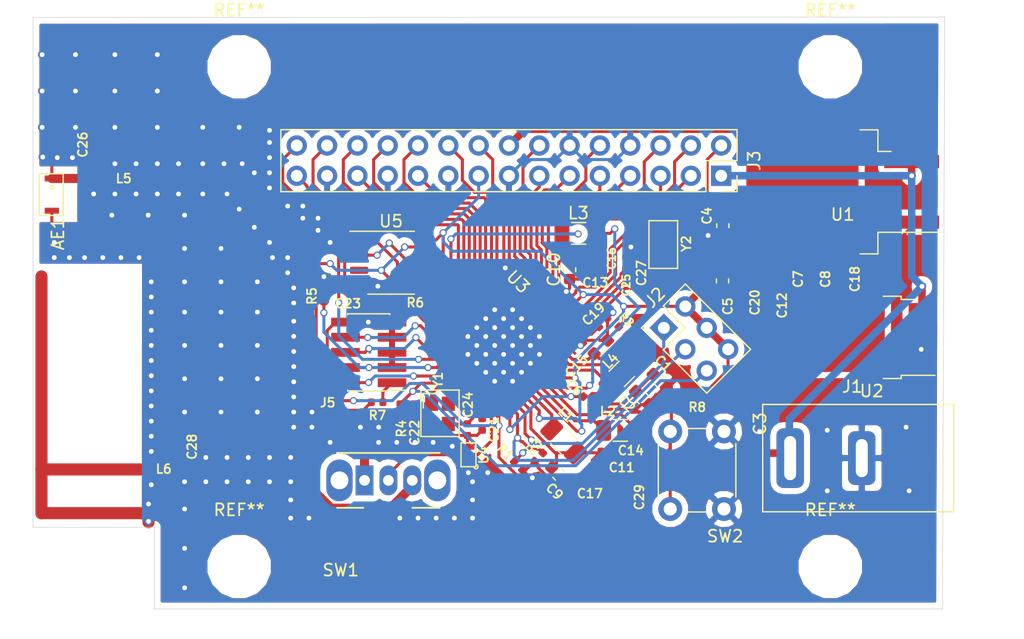
<source format=kicad_pcb>
(kicad_pcb (version 20171130) (host pcbnew "(6.0.0-rc1-dev-1030-g80d50d98b)")
  (layers (0 F.Cu signal) (31 B.Cu signal) (34 B.Paste user) (35 F.Paste user) (36 B.SilkS user) (37 F.SilkS user) (38 B.Mask user) (39 F.Mask user) (44 Edge.Cuts user))
  (net 0 "")
  (net 1 GND)
  (net 2 "Net-(C1-Pad1)")
  (net 3 +12V)
  (net 4 +5V)
  (net 5 +3V3)
  (net 6 "Net-(C11-Pad1)")
  (net 7 "Net-(C10-Pad1)")
  (net 8 "Net-(C15-Pad1)")
  (net 9 "Net-(C19-Pad1)")
  (net 10 "Net-(C21-Pad1)")
  (net 11 "Net-(J2-Pad1)")
  (net 12 "Net-(J2-Pad3)")
  (net 13 "Net-(J2-Pad5)")
  (net 14 "Net-(J5-Pad1)")
  (net 15 /TMS)
  (net 16 /TCK)
  (net 17 /TDO)
  (net 18 /TDI)
  (net 19 /nRESET)
  (net 20 "Net-(L1-Pad2)")
  (net 21 "Net-(L2-Pad1)")
  (net 22 "Net-(L2-Pad2)")
  (net 23 "Net-(L3-Pad2)")
  (net 24 "Net-(L4-Pad1)")
  (net 25 "Net-(L4-Pad2)")
  (net 26 "Net-(L5-Pad1)")
  (net 27 "Net-(L6-Pad1)")
  (net 28 "Net-(R6-Pad2)")
  (net 29 "Net-(SW1-Pad2)")
  (net 30 "Net-(U3-Pad11)")
  (net 31 "Net-(U3-Pad12)")
  (net 32 "Net-(U3-Pad13)")
  (net 33 "Net-(U3-Pad26)")
  (net 34 "Net-(U3-Pad27)")
  (net 35 "Net-(U3-Pad28)")
  (net 36 "Net-(U3-Pad29)")
  (net 37 "Net-(U3-Pad30)")
  (net 38 "Net-(U3-Pad31)")
  (net 39 /GPIO0)
  (net 40 /GPIO1)
  (net 41 /GPIO2)
  (net 42 /GPIO3)
  (net 43 /GPIO4)
  (net 44 /GPIO5)
  (net 45 /GPIO6)
  (net 46 /GPIO7)
  (net 47 /GPIO8)
  (net 48 /GPIO9)
  (net 49 /GPIO10)
  (net 50 /GPIO11)
  (net 51 /GPIO12)
  (net 52 /GPIO13)
  (net 53 /GPIO14)
  (net 54 /GPIO15)
  (net 55 /GPIO16)
  (net 56 /GPIO17)
  (net 57 /GPIO22)
  (net 58 /GPIO28)
  (net 59 /GPIO30)
  (net 60 /WLAN_XTAL_N)
  (net 61 /WLAN_XTAL_P)
  (net 62 /RTC_XTAL_N)
  (net 63 /RTC_XTAL_P)
  (module Connector_BarrelJack:BarrelJack_CUI_PJ-037A_Horizontal (layer F.Cu) (at 180.5978 104.7868 180)
    (fp_text reference J1 (at 8.5 6 180) (layer F.SilkS))
    (fp_text value Barrel_Jack)
    (pad 2 thru_hole roundrect (at 7.7 0 180) (size 2.3 4.5) (drill oval 1 3.2) (layers *.Cu *.Mask) (net 1 GND))
    (pad 1 thru_hole roundrect (at 13.7 0 180) (size 2.3 5) (drill oval 1 3.7) (layers *.Cu *.Mask) (net 3 +12V))
  )
  (module Connector_PinHeader_2.54mm:PinHeader_2x03_P2.54mm_Vertical (layer F.Cu) (at 156.3154 93.8648 45)
    (fp_text reference J2 (at 1.27 -2.33 45) (layer F.SilkS))
    (fp_text value Conn_02x03_Odd_Even)
    (pad 1 thru_hole rect (at 0 0 45) (size 1.7 1.7) (drill 1) (layers *.Cu *.Mask) (net 11 "Net-(J2-Pad1)"))
    (pad 2 thru_hole oval (at 2.54 0 45) (size 1.7 1.7) (drill 1) (layers *.Cu *.Mask) (net 5 +3V3))
    (pad 3 thru_hole oval (at 0 2.54 45) (size 1.7 1.7) (drill 1) (layers *.Cu *.Mask) (net 12 "Net-(J2-Pad3)"))
    (pad 4 thru_hole oval (at 2.54 2.54 45) (size 1.7 1.7) (drill 1) (layers *.Cu *.Mask) (net 5 +3V3))
    (pad 5 thru_hole oval (at 0 5.079999 45) (size 1.7 1.7) (drill 1) (layers *.Cu *.Mask) (net 13 "Net-(J2-Pad5)"))
    (pad 6 thru_hole oval (at 2.54 5.08 45) (size 1.7 1.7) (drill 1) (layers *.Cu *.Mask) (net 5 +3V3))
  )
  (module Package_SO:SSOP-8_3.9x5.05mm_P1.27mm (layer F.Cu) (at 133.4554 88.4038)
    (fp_text reference U5 (at 0 -3.48) (layer F.SilkS))
    (fp_text value MX25R3235F)
    (pad 1 smd roundrect (at -2.675 -1.905) (size 1.55 0.6) (layers F.Cu F.Paste F.Mask) (net 28 "Net-(R6-Pad2)"))
    (pad 2 smd roundrect (at -2.675 -0.635) (size 1.55 0.6) (layers F.Cu F.Paste F.Mask) (net 32 "Net-(U3-Pad13)"))
    (pad 3 smd roundrect (at -2.675 0.635) (size 1.55 0.6) (layers F.Cu F.Paste F.Mask) (net 5 +3V3))
    (pad 4 smd roundrect (at -2.675 1.905) (size 1.55 0.6) (layers F.Cu F.Paste F.Mask) (net 1 GND))
    (pad 5 smd roundrect (at 2.675 1.905) (size 1.55 0.6) (layers F.Cu F.Paste F.Mask) (net 31 "Net-(U3-Pad12)"))
    (pad 6 smd roundrect (at 2.675 0.635) (size 1.55 0.6) (layers F.Cu F.Paste F.Mask) (net 30 "Net-(U3-Pad11)"))
    (pad 7 smd roundrect (at 2.675 -0.635) (size 1.55 0.6) (layers F.Cu F.Paste F.Mask) (net 5 +3V3))
    (pad 8 smd roundrect (at 2.675 -1.905) (size 1.55 0.6) (layers F.Cu F.Paste F.Mask) (net 5 +3V3))
  )
  (module Connector_PinSocket_2.54mm:PinSocket_2x15_P2.54mm_Vertical (layer F.Cu) (at 161.116 81.114 270)
    (fp_text reference J3 (at -1.27 -2.77 270) (layer F.SilkS))
    (fp_text value Conn_02x15_Top_Bottom)
    (pad 30 thru_hole oval (at -2.54 35.56 270) (size 1.7 1.7) (drill 1) (layers *.Cu *.Mask) (net 58 /GPIO28))
    (pad 29 thru_hole oval (at 0 35.56 270) (size 1.7 1.7) (drill 1) (layers *.Cu *.Mask) (net 57 /GPIO22))
    (pad 28 thru_hole oval (at -2.54 33.02 270) (size 1.7 1.7) (drill 1) (layers *.Cu *.Mask) (net 56 /GPIO17))
    (pad 27 thru_hole oval (at 0 33.02 270) (size 1.7 1.7) (drill 1) (layers *.Cu *.Mask) (net 1 GND))
    (pad 26 thru_hole oval (at -2.54 30.48 270) (size 1.7 1.7) (drill 1) (layers *.Cu *.Mask) (net 55 /GPIO16))
    (pad 25 thru_hole oval (at 0 30.48 270) (size 1.7 1.7) (drill 1) (layers *.Cu *.Mask) (net 54 /GPIO15))
    (pad 24 thru_hole oval (at -2.54 27.94 270) (size 1.7 1.7) (drill 1) (layers *.Cu *.Mask) (net 53 /GPIO14))
    (pad 23 thru_hole oval (at 0 27.94 270) (size 1.7 1.7) (drill 1) (layers *.Cu *.Mask) (net 1 GND))
    (pad 22 thru_hole oval (at -2.54 25.4 270) (size 1.7 1.7) (drill 1) (layers *.Cu *.Mask) (net 52 /GPIO13))
    (pad 21 thru_hole oval (at 0 25.4 270) (size 1.7 1.7) (drill 1) (layers *.Cu *.Mask) (net 51 /GPIO12))
    (pad 20 thru_hole oval (at -2.54 22.86 270) (size 1.7 1.7) (drill 1) (layers *.Cu *.Mask) (net 50 /GPIO11))
    (pad 19 thru_hole oval (at 0 22.86 270) (size 1.7 1.7) (drill 1) (layers *.Cu *.Mask) (net 1 GND))
    (pad 18 thru_hole oval (at -2.54 20.32 270) (size 1.7 1.7) (drill 1) (layers *.Cu *.Mask) (net 49 /GPIO10))
    (pad 17 thru_hole oval (at 0 20.32 270) (size 1.7 1.7) (drill 1) (layers *.Cu *.Mask) (net 5 +3V3))
    (pad 16 thru_hole oval (at -2.54 17.78 270) (size 1.7 1.7) (drill 1) (layers *.Cu *.Mask) (net 4 +5V))
    (pad 15 thru_hole oval (at 0 17.78 270) (size 1.7 1.7) (drill 1) (layers *.Cu *.Mask) (net 1 GND))
    (pad 14 thru_hole oval (at -2.54 15.24 270) (size 1.7 1.7) (drill 1) (layers *.Cu *.Mask) (net 48 /GPIO9))
    (pad 13 thru_hole oval (at 0 15.24 270) (size 1.7 1.7) (drill 1) (layers *.Cu *.Mask) (net 47 /GPIO8))
    (pad 12 thru_hole oval (at -2.54 12.7 270) (size 1.7 1.7) (drill 1) (layers *.Cu *.Mask) (net 1 GND))
    (pad 11 thru_hole oval (at 0 12.7 270) (size 1.7 1.7) (drill 1) (layers *.Cu *.Mask) (net 46 /GPIO7))
    (pad 10 thru_hole oval (at -2.54 10.16 270) (size 1.7 1.7) (drill 1) (layers *.Cu *.Mask) (net 45 /GPIO6))
    (pad 9 thru_hole oval (at 0 10.16 270) (size 1.7 1.7) (drill 1) (layers *.Cu *.Mask) (net 44 /GPIO5))
    (pad 8 thru_hole oval (at -2.54 7.62 270) (size 1.7 1.7) (drill 1) (layers *.Cu *.Mask) (net 1 GND))
    (pad 7 thru_hole oval (at 0 7.62 270) (size 1.7 1.7) (drill 1) (layers *.Cu *.Mask) (net 43 /GPIO4))
    (pad 6 thru_hole oval (at -2.54 5.08 270) (size 1.7 1.7) (drill 1) (layers *.Cu *.Mask) (net 42 /GPIO3))
    (pad 5 thru_hole oval (at 0 5.08 270) (size 1.7 1.7) (drill 1) (layers *.Cu *.Mask) (net 41 /GPIO2))
    (pad 4 thru_hole oval (at -2.54 2.54 270) (size 1.7 1.7) (drill 1) (layers *.Cu *.Mask) (net 40 /GPIO1))
    (pad 3 thru_hole oval (at 0 2.54 270) (size 1.7 1.7) (drill 1) (layers *.Cu *.Mask) (net 59 /GPIO30))
    (pad 2 thru_hole oval (at -2.54 0 270) (size 1.7 1.7) (drill 1) (layers *.Cu *.Mask) (net 39 /GPIO0))
    (pad 1 thru_hole rect (at 0 0 270) (size 1.7 1.7) (drill 1) (layers *.Cu *.Mask) (net 3 +12V))
  )
  (module Inductor_SMD:L_1206_3216Metric (layer F.Cu) (at 152.6705 102.4627 180)
    (fp_text reference L2 (at 1.0541 1.5875 180) (layer F.SilkS) (effects (font (size 0.746 0.746))))
    (fp_text value 1uH)
    (pad 2 smd roundrect (at 1.4 0 180) (size 1.25 1.75) (layers F.Cu F.Paste F.Mask) (roundrect_rratio 0.2) (net 22 "Net-(L2-Pad2)"))
    (pad 1 smd roundrect (at -1.4 0 180) (size 1.25 1.75) (layers F.Cu F.Paste F.Mask) (roundrect_rratio 0.2) (net 21 "Net-(L2-Pad1)"))
  )
  (module Button_Switch_THT:SW_PUSH_6mm_H4.3mm (layer F.Cu) (at 156.8488 109.054 90)
    (fp_text reference SW2 (at -2.286 4.5974 180) (layer F.SilkS))
    (fp_text value SW_Push)
    (pad 2 thru_hole circle (at 0 4.5 180) (size 2 2) (drill 1.1) (layers *.Cu *.Mask) (net 1 GND))
    (pad 1 thru_hole circle (at 0 0 180) (size 2 2) (drill 1.1) (layers *.Cu *.Mask) (net 19 /nRESET))
    (pad 2 thru_hole circle (at 6.5 4.5 180) (size 2 2) (drill 1.1) (layers *.Cu *.Mask) (net 1 GND))
    (pad 1 thru_hole circle (at 6.5 0 180) (size 2 2) (drill 1.1) (layers *.Cu *.Mask) (net 19 /nRESET))
  )
  (module Package_TO_SOT_SMD:TO-263-2 (layer F.Cu) (at 171.3014 82.4602 180)
    (fp_text reference U1 (at 0 -1.902 180) (layer F.SilkS))
    (fp_text value AP1084K50L-13)
    (pad 1 smd rect (at -5.775 -2.54 180) (size 4.6 1.1) (layers F.Cu F.Paste F.Mask) (net 1 GND))
    (pad 3 smd rect (at -5.775 2.54 180) (size 4.6 1.1) (layers F.Cu F.Paste F.Mask) (net 3 +12V))
    (pad 2 smd rect (at 3.375 0 180) (size 9.4 10.8) (layers F.Cu F.Mask) (net 4 +5V))
  )
  (module Package_TO_SOT_SMD:TO-252-2 (layer F.Cu) (at 173.7271 94.6649 180)
    (fp_text reference U2 (at 0 -4.5 180) (layer F.SilkS))
    (fp_text value AZ1084CD-3.3TRG1)
    (pad 1 smd rect (at -4.2 -2.28 180) (size 2.2 1.2) (layers F.Cu F.Paste F.Mask) (net 1 GND))
    (pad 3 smd rect (at -4.2 2.28 180) (size 2.2 1.2) (layers F.Cu F.Paste F.Mask) (net 3 +12V))
    (pad 2 smd rect (at 2.1 0 180) (size 6.4 5.8) (layers F.Cu F.Mask) (net 5 +3V3))
  )
  (module RF_Antenna:AH316M (layer F.Cu) (at 105.0328 82.6888 270)
    (fp_text reference AE1 (at 3.302 -0.508 270) (layer F.SilkS))
    (fp_text value Antenna_Shield)
    (pad 1 smd rect (at -1.35 0 270) (size 0.5 1.2) (layers F.Cu F.Paste F.Mask) (net 1 GND))
    (pad 2 smd rect (at 1.35 0 270) (size 0.5 1.2) (layers F.Cu F.Paste F.Mask) (net 1 GND))
  )
  (module Capacitor_SMD:C_0603_1608Metric (layer F.Cu) (at 155.9725 98.3098 315)
    (fp_text reference C1 (at -0.817203 -1.230295 315) (layer F.SilkS) (effects (font (size 0.746 0.746))))
    (fp_text value 22uF)
    (pad 1 smd roundrect (at -0.787501 0 315) (size 0.875 0.95) (layers F.Cu F.Paste F.Mask) (net 2 "Net-(C1-Pad1)"))
    (pad 2 smd roundrect (at 0.787501 0 315) (size 0.875 0.95) (layers F.Cu F.Paste F.Mask) (net 1 GND))
  )
  (module Capacitor_SMD:C_0603_1608Metric (layer F.Cu) (at 154.4993 99.7449 315)
    (fp_text reference C2 (at -0.574736 1.275196 315) (layer F.SilkS) (effects (font (size 0.746 0.746))))
    (fp_text value 22uF)
    (pad 2 smd roundrect (at 0.787501 0 315) (size 0.875 0.95) (layers F.Cu F.Paste F.Mask) (net 1 GND))
    (pad 1 smd roundrect (at -0.787501 0 315) (size 0.875 0.95) (layers F.Cu F.Paste F.Mask) (net 2 "Net-(C1-Pad1)"))
  )
  (module Capacitor_SMD:C_0402_1005Metric (layer F.Cu) (at 164.3291 103.8851 90)
    (fp_text reference C3 (at 1.9685 0.0381 90) (layer F.SilkS))
    (fp_text value 0.1uF)
    (pad 1 smd roundrect (at -0.485 0 90) (size 0.59 0.64) (layers F.Cu F.Paste F.Mask) (net 3 +12V))
    (pad 2 smd roundrect (at 0.485 0 90) (size 0.59 0.64) (layers F.Cu F.Paste F.Mask) (net 1 GND))
  )
  (module Capacitor_SMD:C_0603_1608Metric (layer F.Cu) (at 161.2557 85.2923 270)
    (fp_text reference C4 (at -0.8255 1.3335 270) (layer F.SilkS) (effects (font (size 0.746 0.746))))
    (fp_text value 10uF)
    (pad 1 smd roundrect (at -0.7875 0 270) (size 0.875 0.95) (layers F.Cu F.Paste F.Mask) (net 4 +5V))
    (pad 2 smd roundrect (at 0.7875 0 270) (size 0.875 0.95) (layers F.Cu F.Paste F.Mask) (net 1 GND))
  )
  (module Capacitor_SMD:C_0603_1608Metric (layer F.Cu) (at 161.2303 89.9278 90)
    (fp_text reference C5 (at -2.1336 0.4445 90) (layer F.SilkS) (effects (font (size 0.746 0.746))))
    (fp_text value 10uF)
    (pad 2 smd roundrect (at 0.7875 0 90) (size 0.875 0.95) (layers F.Cu F.Paste F.Mask) (net 1 GND))
    (pad 1 smd roundrect (at -0.7875 0 90) (size 0.875 0.95) (layers F.Cu F.Paste F.Mask) (net 5 +3V3))
  )
  (module Capacitor_SMD:C_0402_1005Metric (layer F.Cu) (at 149.9146 99.9735 315)
    (fp_text reference C6 (at -1.571545 0.00898 315) (layer F.SilkS) (effects (font (size 0.746 0.746))))
    (fp_text value 1uF)
    (pad 2 smd roundrect (at 0.485 0 315) (size 0.59 0.64) (layers F.Cu F.Paste F.Mask) (net 1 GND))
    (pad 1 smd roundrect (at -0.485 0 315) (size 0.59 0.64) (layers F.Cu F.Paste F.Mask) (net 2 "Net-(C1-Pad1)"))
  )
  (module Capacitor_SMD:C_0402_1005Metric (layer F.Cu) (at 168.4422 89.7716 90)
    (fp_text reference C7 (at 0 -0.8746 90) (layer F.SilkS) (effects (font (size 0.746 0.746))))
    (fp_text value 4.7uF)
    (pad 2 smd roundrect (at 0.485 0 90) (size 0.59 0.64) (layers F.Cu F.Paste F.Mask) (net 1 GND))
    (pad 1 smd roundrect (at -0.485 0 90) (size 0.59 0.64) (layers F.Cu F.Paste F.Mask) (net 5 +3V3))
  )
  (module Capacitor_SMD:C_0402_1005Metric (layer F.Cu) (at 170.6922 89.7716 90)
    (fp_text reference C8 (at -0.0038 -0.8386 90) (layer F.SilkS) (effects (font (size 0.746 0.746))))
    (fp_text value 4.7uF)
    (pad 1 smd roundrect (at -0.485 0 90) (size 0.59 0.64) (layers F.Cu F.Paste F.Mask) (net 5 +3V3))
    (pad 2 smd roundrect (at 0.485 0 90) (size 0.59 0.64) (layers F.Cu F.Paste F.Mask) (net 1 GND))
  )
  (module Capacitor_SMD:C_0603_1608Metric (layer F.Cu) (at 147.4762 106.1457 315)
    (fp_text reference C9 (at 0.781282 1.248256 315) (layer F.SilkS) (effects (font (size 0.746 0.746))))
    (fp_text value 10uF)
    (pad 1 smd roundrect (at -0.787501 0 315) (size 0.875 0.95) (layers F.Cu F.Paste F.Mask) (net 6 "Net-(C11-Pad1)"))
    (pad 2 smd roundrect (at 0.787501 0 315) (size 0.875 0.95) (layers F.Cu F.Paste F.Mask) (net 1 GND))
  )
  (module Capacitor_SMD:C_0603_1608Metric (layer F.Cu) (at 148.416 88.988 270)
    (fp_text reference C10 (at -0.0254 1.3208 270) (layer F.SilkS))
    (fp_text value 10uF)
    (pad 2 smd roundrect (at 0.7875 0 270) (size 0.875 0.95) (layers F.Cu F.Paste F.Mask) (net 1 GND))
    (pad 1 smd roundrect (at -0.7875 0 270) (size 0.875 0.95) (layers F.Cu F.Paste F.Mask) (net 7 "Net-(C10-Pad1)"))
  )
  (module Capacitor_SMD:C_0402_1005Metric (layer F.Cu) (at 150.8036 105.4599)
    (fp_text reference C11 (at 1.9812 0.1143) (layer F.SilkS) (effects (font (size 0.746 0.746))))
    (fp_text value 0.1uF)
    (pad 1 smd roundrect (at -0.485 0) (size 0.59 0.64) (layers F.Cu F.Paste F.Mask) (net 6 "Net-(C11-Pad1)"))
    (pad 2 smd roundrect (at 0.485 0) (size 0.59 0.64) (layers F.Cu F.Paste F.Mask) (net 1 GND))
  )
  (module Capacitor_SMD:C_0402_1005Metric (layer F.Cu) (at 166.1071 89.7627 90)
    (fp_text reference C12 (at -2.2225 0.1143 90) (layer F.SilkS) (effects (font (size 0.746 0.746))))
    (fp_text value 4.7uF)
    (pad 2 smd roundrect (at 0.485 0 90) (size 0.59 0.64) (layers F.Cu F.Paste F.Mask) (net 1 GND))
    (pad 1 smd roundrect (at -0.485 0 90) (size 0.59 0.64) (layers F.Cu F.Paste F.Mask) (net 5 +3V3))
  )
  (module Capacitor_SMD:C_0402_1005Metric (layer F.Cu) (at 150.448 89.115)
    (fp_text reference C13 (at 0.127 0.9652) (layer F.SilkS) (effects (font (size 0.746 0.746))))
    (fp_text value 0.1uF)
    (pad 1 smd roundrect (at -0.485 0) (size 0.59 0.64) (layers F.Cu F.Paste F.Mask) (net 7 "Net-(C10-Pad1)"))
    (pad 2 smd roundrect (at 0.485 0) (size 0.59 0.64) (layers F.Cu F.Paste F.Mask) (net 1 GND))
  )
  (module Capacitor_SMD:C_0402_1005Metric (layer F.Cu) (at 151.5402 104.228)
    (fp_text reference C14 (at 2.0066 -0.0762) (layer F.SilkS) (effects (font (size 0.746 0.746))))
    (fp_text value 0.1uF)
    (pad 2 smd roundrect (at 0.485 0) (size 0.59 0.64) (layers F.Cu F.Paste F.Mask) (net 1 GND))
    (pad 1 smd roundrect (at -0.485 0) (size 0.59 0.64) (layers F.Cu F.Paste F.Mask) (net 6 "Net-(C11-Pad1)"))
  )
  (module Capacitor_SMD:C_0603_1608Metric (layer F.Cu) (at 151.0322 95.465 45)
    (fp_text reference C15 (at -2.586314 -0.287368 45) (layer F.SilkS) (effects (font (size 0.746 0.746))))
    (fp_text value 10uF)
    (pad 1 smd roundrect (at -0.787501 0 45) (size 0.875 0.95) (layers F.Cu F.Paste F.Mask) (net 8 "Net-(C15-Pad1)"))
    (pad 2 smd roundrect (at 0.787501 0 45) (size 0.875 0.95) (layers F.Cu F.Paste F.Mask) (net 1 GND))
  )
  (module Capacitor_SMD:C_0402_1005Metric (layer F.Cu) (at 150.448 87.972)
    (fp_text reference C16 (at 1.4986 0.0762 90) (layer F.SilkS) (effects (font (size 0.6444 0.6444))))
    (fp_text value 0.1uF)
    (pad 2 smd roundrect (at 0.485 0) (size 0.59 0.64) (layers F.Cu F.Paste F.Mask) (net 1 GND))
    (pad 1 smd roundrect (at -0.485 0) (size 0.59 0.64) (layers F.Cu F.Paste F.Mask) (net 7 "Net-(C10-Pad1)"))
  )
  (module Capacitor_SMD:C_0402_1005Metric (layer F.Cu) (at 150.1178 106.6664)
    (fp_text reference C17 (at 0 1.0922) (layer F.SilkS) (effects (font (size 0.746 0.746))))
    (fp_text value 0.1uF)
    (pad 2 smd roundrect (at 0.485 0) (size 0.59 0.64) (layers F.Cu F.Paste F.Mask) (net 1 GND))
    (pad 1 smd roundrect (at -0.485 0) (size 0.59 0.64) (layers F.Cu F.Paste F.Mask) (net 6 "Net-(C11-Pad1)"))
  )
  (module Capacitor_SMD:C_0402_1005Metric (layer F.Cu) (at 173.1922 89.7716 90)
    (fp_text reference C18 (at 0 -0.8748 90) (layer F.SilkS) (effects (font (size 0.746 0.746))))
    (fp_text value 0.1uF)
    (pad 1 smd roundrect (at -0.485 0 90) (size 0.59 0.64) (layers F.Cu F.Paste F.Mask) (net 5 +3V3))
    (pad 2 smd roundrect (at 0.485 0 90) (size 0.59 0.64) (layers F.Cu F.Paste F.Mask) (net 1 GND))
  )
  (module Capacitor_SMD:C_0402_1005Metric (layer F.Cu) (at 151.21 93.433 45)
    (fp_text reference C19 (at -0.053882 -1.05967 45) (layer F.SilkS) (effects (font (size 0.746 0.746))))
    (fp_text value 0.1uF)
    (pad 2 smd roundrect (at 0.485 0 45) (size 0.59 0.64) (layers F.Cu F.Paste F.Mask) (net 1 GND))
    (pad 1 smd roundrect (at -0.485 0 45) (size 0.59 0.64) (layers F.Cu F.Paste F.Mask) (net 9 "Net-(C19-Pad1)"))
  )
  (module Capacitor_SMD:C_0402_1005Metric (layer F.Cu) (at 163.8592 89.7627 90)
    (fp_text reference C20 (at -1.9685 0.0762 90) (layer F.SilkS) (effects (font (size 0.746 0.746))))
    (fp_text value 0.1uF)
    (pad 1 smd roundrect (at -0.485 0 90) (size 0.59 0.64) (layers F.Cu F.Paste F.Mask) (net 5 +3V3))
    (pad 2 smd roundrect (at 0.485 0 90) (size 0.59 0.64) (layers F.Cu F.Paste F.Mask) (net 1 GND))
  )
  (module Capacitor_SMD:C_0402_1005Metric (layer F.Cu) (at 141.0881 101.9674 270)
    (fp_text reference C21 (at 0.4318 -1.0033 270) (layer F.SilkS) (effects (font (size 0.746 0.746))))
    (fp_text value 0.1uF)
    (pad 1 smd roundrect (at -0.485 0 270) (size 0.59 0.64) (layers F.Cu F.Paste F.Mask) (net 10 "Net-(C21-Pad1)"))
    (pad 2 smd roundrect (at 0.485 0 270) (size 0.59 0.64) (layers F.Cu F.Paste F.Mask) (net 1 GND))
  )
  (module Capacitor_SMD:C_0402_1005Metric (layer F.Cu) (at 135.3731 100.7228 270)
    (fp_text reference C22 (at 1.9558 -0.0635 270) (layer F.SilkS) (effects (font (size 0.746 0.746))))
    (fp_text value 6.2p)
    (pad 1 smd roundrect (at -0.485 0 270) (size 0.59 0.64) (layers F.Cu F.Paste F.Mask) (net 60 /WLAN_XTAL_N))
    (pad 2 smd roundrect (at 0.485 0 270) (size 0.59 0.64) (layers F.Cu F.Paste F.Mask) (net 1 GND))
  )
  (module Capacitor_SMD:C_0402_1005Metric (layer F.Cu) (at 131.779 91.6804 180)
    (fp_text reference C23 (at 1.9304 -0.1524 180) (layer F.SilkS) (effects (font (size 0.746 0.746))))
    (fp_text value 0.1uF)
    (pad 2 smd roundrect (at 0.485 0 180) (size 0.59 0.64) (layers F.Cu F.Paste F.Mask) (net 1 GND))
    (pad 1 smd roundrect (at -0.485 0 180) (size 0.59 0.64) (layers F.Cu F.Paste F.Mask) (net 5 +3V3))
  )
  (module Capacitor_SMD:C_0402_1005Metric (layer F.Cu) (at 139.8562 102.3992 270)
    (fp_text reference C24 (at -2.0828 -0.0508 270) (layer F.SilkS) (effects (font (size 0.746 0.746))))
    (fp_text value 6.2p)
    (pad 2 smd roundrect (at 0.485 0 270) (size 0.59 0.64) (layers F.Cu F.Paste F.Mask) (net 1 GND))
    (pad 1 smd roundrect (at -0.485 0 270) (size 0.59 0.64) (layers F.Cu F.Paste F.Mask) (net 61 /WLAN_XTAL_P))
  )
  (module Capacitor_SMD:C_0402_1005Metric (layer F.Cu) (at 153.1404 88.4292 90)
    (fp_text reference C25 (at -1.8542 0.0254 90) (layer F.SilkS) (effects (font (size 0.6444 0.6444))))
    (fp_text value 10p)
    (pad 1 smd roundrect (at -0.485 0 90) (size 0.59 0.64) (layers F.Cu F.Paste F.Mask) (net 62 /RTC_XTAL_N))
    (pad 2 smd roundrect (at 0.485 0 90) (size 0.59 0.64) (layers F.Cu F.Paste F.Mask) (net 1 GND))
  )
  (module Capacitor_SMD:C_0402_1005Metric (layer F.Cu) (at 107.649 80.6314 270)
    (fp_text reference C26 (at -2.1336 0.0254 270) (layer F.SilkS) (effects (font (size 0.746 0.746))))
    (fp_text value 0.5p)
    (pad 2 smd roundrect (at 0.485 0 270) (size 0.59 0.64) (layers F.Cu F.Paste F.Mask) (net 1 GND))
    (pad 1 smd roundrect (at -0.485 0 270) (size 0.59 0.64) (layers F.Cu F.Paste F.Mask) (net 1 GND))
  )
  (module Capacitor_SMD:C_0402_1005Metric (layer F.Cu) (at 154.385 87.1592 90)
    (fp_text reference C27 (at -2.1082 0.0508 90) (layer F.SilkS) (effects (font (size 0.746 0.746))))
    (fp_text value 10p)
    (pad 2 smd roundrect (at 0.485 0 90) (size 0.59 0.64) (layers F.Cu F.Paste F.Mask) (net 1 GND))
    (pad 1 smd roundrect (at -0.485 0 90) (size 0.59 0.64) (layers F.Cu F.Paste F.Mask) (net 63 /RTC_XTAL_P))
  )
  (module Capacitor_SMD:C_0402_1005Metric (layer F.Cu) (at 115.6119 103.8343 270)
    (fp_text reference C28 (at 0 -1.17 270) (layer F.SilkS) (effects (font (size 0.746 0.746))))
    (fp_text value 0.5p)
    (pad 1 smd roundrect (at -0.485 0 270) (size 0.59 0.64) (layers F.Cu F.Paste F.Mask) (net 1 GND))
    (pad 2 smd roundrect (at 0.485 0 270) (size 0.59 0.64) (layers F.Cu F.Paste F.Mask) (net 1 GND))
  )
  (module Connector_PinHeader_1.27mm:PinHeader_2x05_P1.27mm_Vertical_SMD (layer F.Cu) (at 131.5885 95.9222 180)
    (fp_text reference J5 (at 3.4417 -4.2164 180) (layer F.SilkS) (effects (font (size 0.746 0.746))))
    (fp_text value Conn_02x05_Odd_Even)
    (pad 1 smd rect (at -1.95 -2.54 180) (size 2.4 0.74) (layers F.Cu F.Paste F.Mask) (net 14 "Net-(J5-Pad1)"))
    (pad 2 smd rect (at 1.95 -2.54 180) (size 2.4 0.74) (layers F.Cu F.Paste F.Mask) (net 15 /TMS))
    (pad 3 smd rect (at -1.95 -1.27 180) (size 2.4 0.74) (layers F.Cu F.Paste F.Mask) (net 1 GND))
    (pad 4 smd rect (at 1.95 -1.27 180) (size 2.4 0.74) (layers F.Cu F.Paste F.Mask) (net 16 /TCK))
    (pad 5 smd rect (at -1.95 0 180) (size 2.4 0.74) (layers F.Cu F.Paste F.Mask) (net 1 GND))
    (pad 6 smd rect (at 1.95 0 180) (size 2.4 0.74) (layers F.Cu F.Paste F.Mask) (net 17 /TDO))
    (pad 7 smd rect (at -1.95 1.27 180) (size 2.4 0.74) (layers F.Cu F.Paste F.Mask) (net 1 GND))
    (pad 8 smd rect (at 1.95 1.27 180) (size 2.4 0.74) (layers F.Cu F.Paste F.Mask) (net 18 /TDI))
    (pad 9 smd rect (at -1.95 2.54 180) (size 2.4 0.74) (layers F.Cu F.Paste F.Mask) (net 1 GND))
    (pad 10 smd rect (at 1.95 2.54 180) (size 2.4 0.74) (layers F.Cu F.Paste F.Mask) (net 19 /nRESET))
  )
  (module Inductor_SMD:L_1206_3216Metric (layer F.Cu) (at 147.908 103.3517 135)
    (fp_text reference L1 (at 1.427861 1.715229 135) (layer F.SilkS) (effects (font (size 0.746 0.746))))
    (fp_text value 2.2uH)
    (pad 2 smd roundrect (at 1.399999 0 135) (size 1.25 1.75) (layers F.Cu F.Paste F.Mask) (roundrect_rratio 0.2) (net 20 "Net-(L1-Pad2)"))
    (pad 1 smd roundrect (at -1.399999 0 135) (size 1.25 1.75) (layers F.Cu F.Paste F.Mask) (roundrect_rratio 0.2) (net 6 "Net-(C11-Pad1)"))
  )
  (module Inductor_SMD:L_1206_3216Metric (layer F.Cu) (at 149.178 85.94)
    (fp_text reference L3 (at -0.0254 -1.7018) (layer F.SilkS))
    (fp_text value 2.2uH)
    (pad 2 smd roundrect (at 1.4 0) (size 1.25 1.75) (layers F.Cu F.Paste F.Mask) (roundrect_rratio 0.2) (net 23 "Net-(L3-Pad2)"))
    (pad 1 smd roundrect (at -1.4 0) (size 1.25 1.75) (layers F.Cu F.Paste F.Mask) (roundrect_rratio 0.2) (net 7 "Net-(C10-Pad1)"))
  )
  (module Inductor_SMD:L_1206_3216Metric (layer F.Cu) (at 152.7848 97.7256 225)
    (fp_text reference L4 (at -0.107763 1.436841 225) (layer F.SilkS) (effects (font (size 0.746 0.746))))
    (fp_text value 10uH)
    (pad 1 smd roundrect (at -1.399999 0 225) (size 1.25 1.75) (layers F.Cu F.Paste F.Mask) (roundrect_rratio 0.2) (net 24 "Net-(L4-Pad1)"))
    (pad 2 smd roundrect (at 1.399999 0 225) (size 1.25 1.75) (layers F.Cu F.Paste F.Mask) (roundrect_rratio 0.2) (net 25 "Net-(L4-Pad2)"))
  )
  (module Inductor_SMD:L_0402_1005Metric (layer F.Cu) (at 109.3762 81.2918 180)
    (fp_text reference L5 (at -1.6764 -0.0508 180) (layer F.SilkS) (effects (font (size 0.746 0.746))))
    (fp_text value 3.3nH)
    (pad 2 smd roundrect (at 0.485 0 180) (size 0.59 0.64) (layers F.Cu F.Paste F.Mask) (net 1 GND))
    (pad 1 smd roundrect (at -0.485 0 180) (size 0.59 0.64) (layers F.Cu F.Paste F.Mask) (net 26 "Net-(L5-Pad1)"))
  )
  (module Inductor_SMD:L_0402_1005Metric (layer F.Cu) (at 116.1072 105.7266 180)
    (fp_text reference L6 (at 1.7018 0.0254 180) (layer F.SilkS) (effects (font (size 0.746 0.746))))
    (fp_text value 3.3nH)
    (pad 1 smd roundrect (at -0.485 0 180) (size 0.59 0.64) (layers F.Cu F.Paste F.Mask) (net 27 "Net-(L6-Pad1)"))
    (pad 2 smd roundrect (at 0.485 0 180) (size 0.59 0.64) (layers F.Cu F.Paste F.Mask) (net 1 GND))
  )
  (module Resistor_SMD:R_0402_1005Metric (layer F.Cu) (at 144.1234 105.4345 315)
    (fp_text reference R1 (at -1.589505 -0.044901 315) (layer F.SilkS) (effects (font (size 0.746 0.746))))
    (fp_text value 100k)
    (pad 2 smd roundrect (at 0.485 0 315) (size 0.59 0.64) (layers F.Cu F.Paste F.Mask) (net 1 GND))
    (pad 1 smd roundrect (at -0.485 0 315) (size 0.59 0.64) (layers F.Cu F.Paste F.Mask) (net 11 "Net-(J2-Pad1)"))
  )
  (module Resistor_SMD:R_0402_1005Metric (layer F.Cu) (at 152.8864 94.1188 135)
    (fp_text reference R2 (at 0.449013 0.880065 135) (layer F.SilkS) (effects (font (size 0.6444 0.6444))))
    (fp_text value 0)
    (pad 1 smd roundrect (at -0.485 0 135) (size 0.59 0.64) (layers F.Cu F.Paste F.Mask) (net 8 "Net-(C15-Pad1)"))
    (pad 2 smd roundrect (at 0.485 0 135) (size 0.59 0.64) (layers F.Cu F.Paste F.Mask) (net 5 +3V3))
  )
  (module Resistor_SMD:R_0402_1005Metric (layer F.Cu) (at 145.8252 104.6979 225)
    (fp_text reference R3 (at -0.332269 0.871085 225) (layer F.SilkS) (effects (font (size 0.746 0.746))))
    (fp_text value 100k)
    (pad 1 smd roundrect (at -0.485 0 225) (size 0.59 0.64) (layers F.Cu F.Paste F.Mask) (net 12 "Net-(J2-Pad3)"))
    (pad 2 smd roundrect (at 0.485 0 225) (size 0.59 0.64) (layers F.Cu F.Paste F.Mask) (net 1 GND))
  )
  (module Resistor_SMD:R_0402_1005Metric (layer F.Cu) (at 134.2301 100.7228 270)
    (fp_text reference R4 (at 1.6002 -0.0889 270) (layer F.SilkS) (effects (font (size 0.746 0.746))))
    (fp_text value 2.7k)
    (pad 1 smd roundrect (at -0.485 0 270) (size 0.59 0.64) (layers F.Cu F.Paste F.Mask) (net 13 "Net-(J2-Pad5)"))
    (pad 2 smd roundrect (at 0.485 0 270) (size 0.59 0.64) (layers F.Cu F.Paste F.Mask) (net 1 GND))
  )
  (module Resistor_SMD:R_0402_1005Metric (layer F.Cu) (at 127.8293 91.1978 90)
    (fp_text reference R5 (at 0 -1.0033 90) (layer F.SilkS) (effects (font (size 0.746 0.746))))
    (fp_text value 100k)
    (pad 2 smd roundrect (at 0.485 0 90) (size 0.59 0.64) (layers F.Cu F.Paste F.Mask) (net 1 GND))
    (pad 1 smd roundrect (at -0.485 0 90) (size 0.59 0.64) (layers F.Cu F.Paste F.Mask) (net 16 /TCK))
  )
  (module Resistor_SMD:R_0402_1005Metric (layer F.Cu) (at 133.7094 91.6804)
    (fp_text reference R6 (at 1.778 0.0762) (layer F.SilkS) (effects (font (size 0.746 0.746))))
    (fp_text value 100K)
    (pad 1 smd roundrect (at -0.485 0) (size 0.59 0.64) (layers F.Cu F.Paste F.Mask) (net 5 +3V3))
    (pad 2 smd roundrect (at 0.485 0) (size 0.59 0.64) (layers F.Cu F.Paste F.Mask) (net 28 "Net-(R6-Pad2)"))
  )
  (module Resistor_SMD:R_0402_1005Metric (layer F.Cu) (at 132.287 100.1005 180)
    (fp_text reference R7 (at -0.0254 -1.1049 180) (layer F.SilkS) (effects (font (size 0.746 0.746))))
    (fp_text value 1K)
    (pad 2 smd roundrect (at 0.485 0 180) (size 0.59 0.64) (layers F.Cu F.Paste F.Mask) (net 5 +3V3))
    (pad 1 smd roundrect (at -0.485 0 180) (size 0.59 0.64) (layers F.Cu F.Paste F.Mask) (net 14 "Net-(J5-Pad1)"))
  )
  (module Button_Switch_THT:SW_CuK_OS102011MA1QN1_SPDT_Angled (layer F.Cu) (at 131.2329 106.6537)
    (fp_text reference SW1 (at -1.9939 7.5311) (layer F.SilkS))
    (fp_text value SW_SPDT)
    (pad 1 thru_hole rect (at 0 0) (size 1.5 2.5) (drill 0.9) (layers *.Cu *.Mask) (net 26 "Net-(L5-Pad1)"))
    (pad 2 thru_hole oval (at 2 0) (size 1.5 2.5) (drill 0.9) (layers *.Cu *.Mask) (net 29 "Net-(SW1-Pad2)"))
    (pad 3 thru_hole oval (at 4 0) (size 1.5 2.5) (drill 0.9) (layers *.Cu *.Mask) (net 27 "Net-(L6-Pad1)"))
    (pad "" thru_hole oval (at -2.1 0) (size 2.2 3.500001) (drill 1.5) (layers *.Cu *.Mask))
    (pad "" thru_hole oval (at 6.1 0) (size 2.2 3.500001) (drill 1.5) (layers *.Cu *.Mask))
  )
  (module TI_MCU:CC3220 (layer F.Cu) (at 142.99 95.442 315)
    (fp_text reference U3 (at -3.061772 -4.628721 315) (layer F.SilkS))
    (fp_text value CC3220)
    (pad 49 smd rect (at 3.7 -4.4 45) (size 0.6 0.24) (layers F.Cu F.Paste F.Mask) (net 9 "Net-(C19-Pad1)"))
    (pad 1 smd rect (at -4.45 -3.75 135) (size 0.6 0.24) (layers F.Cu F.Paste F.Mask) (net 49 /GPIO10))
    (pad 17 smd rect (at -3.8 4.4 225) (size 0.6 0.24) (layers F.Cu F.Paste F.Mask) (net 17 /TDO))
    (pad 65 smd rect (at -0.05 0 135) (size 6.3 6.3) (layers F.Cu F.Paste F.Mask) (net 1 GND))
    (pad 2 smd rect (at -4.45 -3.25 135) (size 0.6 0.24) (layers F.Cu F.Paste F.Mask) (net 50 /GPIO11))
    (pad 3 smd rect (at -4.45 -2.75 135) (size 0.6 0.24) (layers F.Cu F.Paste F.Mask) (net 51 /GPIO12))
    (pad 4 smd rect (at -4.45 -2.25 135) (size 0.6 0.24) (layers F.Cu F.Paste F.Mask) (net 52 /GPIO13))
    (pad 5 smd rect (at -4.45 -1.75 135) (size 0.6 0.24) (layers F.Cu F.Paste F.Mask) (net 53 /GPIO14))
    (pad 6 smd rect (at -4.45 -1.25 135) (size 0.6 0.24) (layers F.Cu F.Paste F.Mask) (net 54 /GPIO15))
    (pad 7 smd rect (at -4.45 -0.75 135) (size 0.6 0.24) (layers F.Cu F.Paste F.Mask) (net 55 /GPIO16))
    (pad 8 smd rect (at -4.45 -0.25 135) (size 0.6 0.24) (layers F.Cu F.Paste F.Mask) (net 56 /GPIO17))
    (pad 9 smd rect (at -4.45 0.25 135) (size 0.6 0.24) (layers F.Cu F.Paste F.Mask) (net 7 "Net-(C10-Pad1)"))
    (pad 10 smd rect (at -4.45 0.75 135) (size 0.6 0.24) (layers F.Cu F.Paste F.Mask) (net 5 +3V3))
    (pad 11 smd rect (at -4.45 1.25 135) (size 0.6 0.24) (layers F.Cu F.Paste F.Mask) (net 30 "Net-(U3-Pad11)"))
    (pad 12 smd rect (at -4.45 1.75 135) (size 0.6 0.24) (layers F.Cu F.Paste F.Mask) (net 31 "Net-(U3-Pad12)"))
    (pad 13 smd rect (at -4.45 2.25 135) (size 0.6 0.24) (layers F.Cu F.Paste F.Mask) (net 32 "Net-(U3-Pad13)"))
    (pad 14 smd rect (at -4.45 2.75 135) (size 0.6 0.24) (layers F.Cu F.Paste F.Mask) (net 28 "Net-(R6-Pad2)"))
    (pad 15 smd rect (at -4.45 3.25 135) (size 0.6 0.24) (layers F.Cu F.Paste F.Mask) (net 57 /GPIO22))
    (pad 16 smd rect (at -4.45 3.75 135) (size 0.6 0.24) (layers F.Cu F.Paste F.Mask) (net 18 /TDI))
    (pad 18 smd rect (at -3.3 4.4 225) (size 0.6 0.24) (layers F.Cu F.Paste F.Mask) (net 58 /GPIO28))
    (pad 19 smd rect (at -2.8 4.4 225) (size 0.6 0.24) (layers F.Cu F.Paste F.Mask) (net 16 /TCK))
    (pad 20 smd rect (at -2.3 4.4 225) (size 0.6 0.24) (layers F.Cu F.Paste F.Mask) (net 15 /TMS))
    (pad 21 smd rect (at -1.8 4.4 225) (size 0.6 0.24) (layers F.Cu F.Paste F.Mask) (net 13 "Net-(J2-Pad5)"))
    (pad 22 smd rect (at -1.3 4.4 225) (size 0.6 0.24) (layers F.Cu F.Paste F.Mask) (net 60 /WLAN_XTAL_N))
    (pad 23 smd rect (at -0.8 4.4 225) (size 0.6 0.24) (layers F.Cu F.Paste F.Mask) (net 61 /WLAN_XTAL_P))
    (pad 24 smd rect (at -0.3 4.4 225) (size 0.6 0.24) (layers F.Cu F.Paste F.Mask) (net 10 "Net-(C21-Pad1)"))
    (pad 25 smd rect (at 0.2 4.4 225) (size 0.6 0.24) (layers F.Cu F.Paste F.Mask) (net 6 "Net-(C11-Pad1)"))
    (pad 26 smd rect (at 0.7 4.4 225) (size 0.6 0.24) (layers F.Cu F.Paste F.Mask) (net 33 "Net-(U3-Pad26)"))
    (pad 27 smd rect (at 1.2 4.4 225) (size 0.6 0.24) (layers F.Cu F.Paste F.Mask) (net 34 "Net-(U3-Pad27)"))
    (pad 28 smd rect (at 1.7 4.4 225) (size 0.6 0.24) (layers F.Cu F.Paste F.Mask) (net 35 "Net-(U3-Pad28)"))
    (pad 29 smd rect (at 2.2 4.4 225) (size 0.6 0.24) (layers F.Cu F.Paste F.Mask) (net 36 "Net-(U3-Pad29)"))
    (pad 30 smd rect (at 2.7 4.4 225) (size 0.6 0.24) (layers F.Cu F.Paste F.Mask) (net 37 "Net-(U3-Pad30)"))
    (pad 31 smd rect (at 3.2 4.4 225) (size 0.6 0.24) (layers F.Cu F.Paste F.Mask) (net 38 "Net-(U3-Pad31)"))
    (pad 32 smd rect (at 3.7 4.4 225) (size 0.6 0.24) (layers F.Cu F.Paste F.Mask) (net 19 /nRESET))
    (pad 33 smd rect (at 4.35 3.75 315) (size 0.6 0.24) (layers F.Cu F.Paste F.Mask) (net 2 "Net-(C1-Pad1)"))
    (pad 34 smd rect (at 4.35 3.250001 315) (size 0.6 0.24) (layers F.Cu F.Paste F.Mask) (net 12 "Net-(J2-Pad3)"))
    (pad 35 smd rect (at 4.35 2.75 315) (size 0.6 0.24) (layers F.Cu F.Paste F.Mask) (net 11 "Net-(J2-Pad1)"))
    (pad 36 smd rect (at 4.35 2.25 315) (size 0.6 0.24) (layers F.Cu F.Paste F.Mask) (net 6 "Net-(C11-Pad1)"))
    (pad 37 smd rect (at 4.35 1.749999 315) (size 0.6 0.24) (layers F.Cu F.Paste F.Mask) (net 5 +3V3))
    (pad 38 smd rect (at 4.35 1.25 315) (size 0.6 0.24) (layers F.Cu F.Paste F.Mask) (net 20 "Net-(L1-Pad2)"))
    (pad 39 smd rect (at 4.35 0.750001 315) (size 0.6 0.24) (layers F.Cu F.Paste F.Mask) (net 5 +3V3))
    (pad 40 smd rect (at 4.35 0.25 315) (size 0.6 0.24) (layers F.Cu F.Paste F.Mask) (net 22 "Net-(L2-Pad2)"))
    (pad 41 smd rect (at 4.35 -0.25 315) (size 0.6 0.24) (layers F.Cu F.Paste F.Mask) (net 21 "Net-(L2-Pad1)"))
    (pad 42 smd rect (at 4.35 -0.750001 315) (size 0.6 0.24) (layers F.Cu F.Paste F.Mask) (net 2 "Net-(C1-Pad1)"))
    (pad 43 smd rect (at 4.35 -1.25 315) (size 0.6 0.24) (layers F.Cu F.Paste F.Mask) (net 23 "Net-(L3-Pad2)"))
    (pad 44 smd rect (at 4.35 -1.749999 315) (size 0.6 0.24) (layers F.Cu F.Paste F.Mask) (net 5 +3V3))
    (pad 45 smd rect (at 4.35 -2.25 315) (size 0.6 0.24) (layers F.Cu F.Paste F.Mask) (net 25 "Net-(L4-Pad2)"))
    (pad 46 smd rect (at 4.35 -2.75 315) (size 0.6 0.24) (layers F.Cu F.Paste F.Mask) (net 24 "Net-(L4-Pad1)"))
    (pad 47 smd rect (at 4.35 -3.250001 315) (size 0.6 0.24) (layers F.Cu F.Paste F.Mask) (net 8 "Net-(C15-Pad1)"))
    (pad 48 smd rect (at 4.35 -3.75 315) (size 0.6 0.24) (layers F.Cu F.Paste F.Mask) (net 6 "Net-(C11-Pad1)"))
    (pad 50 smd rect (at 3.2 -4.4 45) (size 0.6 0.24) (layers F.Cu F.Paste F.Mask) (net 39 /GPIO0))
    (pad 51 smd rect (at 2.7 -4.4 45) (size 0.6 0.24) (layers F.Cu F.Paste F.Mask) (net 63 /RTC_XTAL_P))
    (pad 52 smd rect (at 2.2 -4.4 45) (size 0.6 0.24) (layers F.Cu F.Paste F.Mask) (net 62 /RTC_XTAL_N))
    (pad 53 smd rect (at 1.7 -4.4 45) (size 0.6 0.24) (layers F.Cu F.Paste F.Mask) (net 59 /GPIO30))
    (pad 54 smd rect (at 1.2 -4.4 45) (size 0.6 0.24) (layers F.Cu F.Paste F.Mask) (net 5 +3V3))
    (pad 55 smd rect (at 0.7 -4.4 45) (size 0.6 0.24) (layers F.Cu F.Paste F.Mask) (net 40 /GPIO1))
    (pad 56 smd rect (at 0.2 -4.4 45) (size 0.6 0.24) (layers F.Cu F.Paste F.Mask) (net 7 "Net-(C10-Pad1)"))
    (pad 57 smd rect (at -0.3 -4.4 45) (size 0.6 0.24) (layers F.Cu F.Paste F.Mask) (net 41 /GPIO2))
    (pad 58 smd rect (at -0.8 -4.4 45) (size 0.6 0.24) (layers F.Cu F.Paste F.Mask) (net 42 /GPIO3))
    (pad 59 smd rect (at -1.3 -4.4 45) (size 0.6 0.24) (layers F.Cu F.Paste F.Mask) (net 43 /GPIO4))
    (pad 60 smd rect (at -1.8 -4.4 45) (size 0.6 0.24) (layers F.Cu F.Paste F.Mask) (net 44 /GPIO5))
    (pad 61 smd rect (at -2.3 -4.4 45) (size 0.6 0.24) (layers F.Cu F.Paste F.Mask) (net 45 /GPIO6))
    (pad 62 smd rect (at -2.8 -4.4 45) (size 0.6 0.24) (layers F.Cu F.Paste F.Mask) (net 46 /GPIO7))
    (pad 63 smd rect (at -3.3 -4.4 45) (size 0.6 0.24) (layers F.Cu F.Paste F.Mask) (net 47 /GPIO8))
    (pad 64 smd rect (at -3.8 -4.4 45) (size 0.6 0.24) (layers F.Cu F.Paste F.Mask) (net 48 /GPIO9))
  )
  (module Filter:TDKFilter1294C1H (layer F.Cu) (at 139.9451 104.5074 90)
    (fp_text reference U4 (at -0.0254 1.2827 90) (layer F.SilkS) (effects (font (size 0.746 0.746))))
    (fp_text value DEA202450BT-1294C1-H hide)
    (pad 3 smd rect (at 0 -0.325 90) (size 0.35 0.35) (layers F.Cu F.Paste F.Mask) (net 29 "Net-(SW1-Pad2)"))
    (pad 1 smd rect (at 0 0.325 90) (size 0.35 0.35) (layers F.Cu F.Paste F.Mask) (net 38 "Net-(U3-Pad31)"))
    (pad 2 smd rect (at 0.65 0 90) (size 0.45 1) (layers F.Cu F.Paste F.Mask) (net 1 GND))
    (pad 4 smd rect (at -0.65 0 90) (size 0.45 1) (layers F.Cu F.Paste F.Mask) (net 1 GND))
  )
  (module Crystal:Crystal_SMD_Epson_FA-20H-4pin_2.5mm_2.0mm (layer F.Cu) (at 137.5575 101.0784 270)
    (fp_text reference Y1 (at -2.8448 0.1651 270) (layer F.SilkS) (effects (font (size 0.746 0.746))))
    (fp_text value Crystal_GND24 hide)
    (pad 1 smd rect (at -0.85 0.7 270) (size 1.2 1.1) (layers F.Cu F.Paste F.Mask) (net 60 /WLAN_XTAL_N))
    (pad 2 smd rect (at 0.85 0.7 270) (size 1.2 1.1) (layers F.Cu F.Paste F.Mask) (net 1 GND))
    (pad 3 smd rect (at 0.85 -0.7 270) (size 1.2 1.1) (layers F.Cu F.Paste F.Mask) (net 61 /WLAN_XTAL_P))
    (pad 4 smd rect (at -0.85 -0.7 270) (size 1.2 1.1) (layers F.Cu F.Paste F.Mask) (net 1 GND))
  )
  (module Crystal:Crystal_SMD_Abracon_ABS07-2Pin_3.2mm_1.5mm (layer F.Cu) (at 156.2646 86.8798 90)
    (fp_text reference Y2 (at 0.0762 1.9304 90) (layer F.SilkS) (effects (font (size 0.746 0.746))))
    (fp_text value Crystal hide)
    (pad 1 smd rect (at -1.25 0 90) (size 1.1 1.9) (layers F.Cu F.Paste F.Mask) (net 62 /RTC_XTAL_N))
    (pad 2 smd rect (at 1.25 0 90) (size 1.1 1.9) (layers F.Cu F.Paste F.Mask) (net 63 /RTC_XTAL_P))
  )
  (module Capacitor_SMD:C_0402_1005Metric (layer F.Cu) (at 154.131 105.8917 90)
    (fp_text reference C29 (at -2.1717 0.127 90) (layer F.SilkS) (effects (font (size 0.746 0.746))))
    (fp_text value 1uF)
    (pad 1 smd roundrect (at -0.485 0 90) (size 0.59 0.64) (layers F.Cu F.Paste F.Mask) (net 19 /nRESET))
    (pad 2 smd roundrect (at 0.485 0 90) (size 0.59 0.64) (layers F.Cu F.Paste F.Mask) (net 1 GND))
  )
  (module Resistor_SMD:R_0402_1005Metric (layer F.Cu) (at 157.433 100.4815)
    (fp_text reference R8 (at 1.6764 0.0381) (layer F.SilkS) (effects (font (size 0.746 0.746))))
    (fp_text value 10k)
    (pad 1 smd roundrect (at -0.485 0) (size 0.59 0.64) (layers F.Cu F.Paste F.Mask) (net 19 /nRESET))
    (pad 2 smd roundrect (at 0.485 0) (size 0.59 0.64) (layers F.Cu F.Paste F.Mask) (net 5 +3V3))
  )
  (module MountingHole:MountingHole_4.3mm_M4_DIN965 (layer F.Cu) (at 170.26 71.97)
    (fp_text reference REF** (at 0 -4.75) (layer F.SilkS))
    (fp_text value MountingHole_4.3mm_M4_DIN965)
    (pad 1 np_thru_hole circle (at 0 0) (size 4.3 4.3) (drill 4.3) (layers *.Cu *.Mask))
  )
  (module MountingHole:MountingHole_4.3mm_M4_DIN965 (layer F.Cu) (at 170.26 113.88)
    (fp_text reference REF** (at 0 -4.75) (layer F.SilkS))
    (fp_text value MountingHole_4.3mm_M4_DIN965)
    (pad 1 np_thru_hole circle (at 0 0) (size 4.3 4.3) (drill 4.3) (layers *.Cu *.Mask))
  )
  (module MountingHole:MountingHole_4.3mm_M4_DIN965 (layer F.Cu) (at 120.73 71.97)
    (fp_text reference REF** (at 0 -4.75) (layer F.SilkS))
    (fp_text value MountingHole_4.3mm_M4_DIN965)
    (pad 1 np_thru_hole circle (at 0 0) (size 4.3 4.3) (drill 4.3) (layers *.Cu *.Mask))
  )
  (module MountingHole:MountingHole_4.3mm_M4_DIN965 (layer F.Cu) (at 120.73 113.88)
    (fp_text reference REF** (at 0 -4.75) (layer F.SilkS))
    (fp_text value MountingHole_4.3mm_M4_DIN965)
    (pad 1 np_thru_hole circle (at 0 0) (size 4.3 4.3) (drill 4.3) (layers *.Cu *.Mask))
  )
  (gr_line (start 113.618 110.578) (end 113.618 117.436) (layer Edge.Cuts) (width 0.05))
  (gr_line (start 103.458 110.6034) (end 113.618 110.578) (layer Edge.Cuts) (width 0.05))
  (gr_line (start 179.658 117.436) (end 179.8485 67.8044) (layer Edge.Cuts) (width 0.05))
  (gr_line (start 113.618 117.436) (end 179.658 117.436) (layer Edge.Cuts) (width 0.05))
  (gr_line (start 103.458 67.8344) (end 103.458 110.6034) (layer Edge.Cuts) (width 0.05))
  (gr_line (start 179.8485 67.8044) (end 103.458 67.8344) (layer Edge.Cuts) (width 0.05))
  (via (at 113.134299 110.08865) (size 0.7) (drill 0.4) (layers F.Cu B.Cu) (net 1))
  (via (at 113.134299 108.63265) (size 0.7) (drill 0.4) (layers F.Cu B.Cu) (net 1))
  (via (at 142.89 93.092) (size 0.6) (drill 0.4) (layers F.Cu B.Cu) (net 1))
  (via (at 143.64 93.842) (size 0.6) (drill 0.4) (layers F.Cu B.Cu) (net 1))
  (via (at 144.39 94.592) (size 0.6) (drill 0.4) (layers F.Cu B.Cu) (net 1))
  (via (at 145.14 95.342) (size 0.6) (drill 0.4) (layers F.Cu B.Cu) (net 1))
  (via (at 143.64 95.342) (size 0.6) (drill 0.4) (layers F.Cu B.Cu) (net 1))
  (via (at 142.89 94.592) (size 0.6) (drill 0.4) (layers F.Cu B.Cu) (net 1))
  (via (at 142.14 95.342) (size 0.6) (drill 0.4) (layers F.Cu B.Cu) (net 1))
  (via (at 144.39 96.092) (size 0.6) (drill 0.4) (layers F.Cu B.Cu) (net 1))
  (via (at 143.64 96.842) (size 0.6) (drill 0.4) (layers F.Cu B.Cu) (net 1))
  (via (at 142.89 96.092) (size 0.6) (drill 0.4) (layers F.Cu B.Cu) (net 1))
  (via (at 142.89 97.592) (size 0.6) (drill 0.4) (layers F.Cu B.Cu) (net 1))
  (via (at 142.14 96.842) (size 0.6) (drill 0.4) (layers F.Cu B.Cu) (net 1))
  (via (at 141.39 96.092) (size 0.6) (drill 0.4) (layers F.Cu B.Cu) (net 1))
  (via (at 142.14 93.842) (size 0.6) (drill 0.4) (layers F.Cu B.Cu) (net 1))
  (via (at 141.39 94.592) (size 0.6) (drill 0.4) (layers F.Cu B.Cu) (net 1))
  (via (at 140.64 95.342) (size 0.6) (drill 0.4) (layers F.Cu B.Cu) (net 1))
  (via (at 140.64 96.842) (size 0.6) (drill 0.4) (layers F.Cu B.Cu) (net 1))
  (via (at 141.39 97.592) (size 0.6) (drill 0.4) (layers F.Cu B.Cu) (net 1))
  (via (at 142.14 98.342) (size 0.6) (drill 0.4) (layers F.Cu B.Cu) (net 1))
  (via (at 143.64 98.342) (size 0.6) (drill 0.4) (layers F.Cu B.Cu) (net 1))
  (via (at 144.39 97.592) (size 0.6) (drill 0.4) (layers F.Cu B.Cu) (net 1))
  (via (at 145.14 96.842) (size 0.6) (drill 0.4) (layers F.Cu B.Cu) (net 1))
  (via (at 145.89 96.092) (size 0.6) (drill 0.4) (layers F.Cu B.Cu) (net 1))
  (via (at 145.89 94.592) (size 0.6) (drill 0.4) (layers F.Cu B.Cu) (net 1))
  (via (at 145.14 93.842) (size 0.6) (drill 0.4) (layers F.Cu B.Cu) (net 1))
  (via (at 144.39 93.092) (size 0.6) (drill 0.4) (layers F.Cu B.Cu) (net 1))
  (via (at 143.64 92.342) (size 0.6) (drill 0.4) (layers F.Cu B.Cu) (net 1))
  (via (at 142.14 92.342) (size 0.6) (drill 0.4) (layers F.Cu B.Cu) (net 1))
  (via (at 141.39 93.092) (size 0.6) (drill 0.4) (layers F.Cu B.Cu) (net 1))
  (via (at 140.64 93.842) (size 0.6) (drill 0.4) (layers F.Cu B.Cu) (net 1))
  (via (at 139.89 94.592) (size 0.6) (drill 0.4) (layers F.Cu B.Cu) (net 1))
  (via (at 139.89 96.092) (size 0.6) (drill 0.4) (layers F.Cu B.Cu) (net 1))
  (segment (start 112.458588 105.7393) (end 104.152788 105.7393) (width 1.016) (layer F.Cu) (net 1))
  (segment (start 104.167499 109.404238) (end 113.016699 109.404238) (width 1.016) (layer F.Cu) (net 1))
  (segment (start 104.165377 89.552608) (end 104.165377 109.415408) (width 1.016) (layer F.Cu) (net 1))
  (segment (start 113.133316 109.401258) (end 112.589916 109.401258) (width 1.016) (layer F.Cu) (net 1))
  (segment (start 113.134299 108.722638) (end 113.134299 110.162638) (width 1.016) (layer F.Cu) (net 1))
  (via (at 113.364 107.022) (size 0.7) (drill 0.4) (layers F.Cu B.Cu) (net 1))
  (via (at 104.2708 79.5392) (size 0.7) (drill 0.4) (layers F.Cu B.Cu) (net 1))
  (segment (start 143.336 82.316081) (end 142.907392 82.744689) (width 0.254) (layer F.Cu) (net 1))
  (segment (start 143.336 81.114) (end 143.336 82.316081) (width 0.254) (layer F.Cu) (net 1))
  (via (at 143.0312 88.8356) (size 0.6) (drill 0.4) (layers F.Cu B.Cu) (net 1))
  (segment (start 142.907392 88.261659) (end 142.907392 82.744689) (width 0.254) (layer F.Cu) (net 1))
  (segment (start 143.0312 88.385467) (end 143.0312 88.8356) (width 0.254) (layer F.Cu) (net 1))
  (segment (start 142.907392 88.261659) (end 143.0312 88.385467) (width 0.254) (layer F.Cu) (net 1))
  (segment (start 150.933 89.115) (end 150.933 87.972) (width 0.254) (layer F.Cu) (net 1))
  (segment (start 148.3906 90.3384) (end 148.3906 90.3384) (width 0.254) (layer F.Cu) (net 1))
  (segment (start 150.598832 89.470228) (end 150.598832 89.449168) (width 0.254) (layer F.Cu) (net 1))
  (segment (start 150.29356 89.7755) (end 150.598832 89.470228) (width 0.254) (layer F.Cu) (net 1))
  (segment (start 150.598832 89.449168) (end 150.933 89.115) (width 0.254) (layer F.Cu) (net 1))
  (segment (start 148.416 89.7755) (end 150.29356 89.7755) (width 0.254) (layer F.Cu) (net 1))
  (segment (start 153.1404 87.5492) (end 153.1404 87.9442) (width 0.254) (layer F.Cu) (net 1))
  (segment (start 153.1404 87.4988) (end 153.1404 87.5492) (width 0.254) (layer F.Cu) (net 1))
  (segment (start 153.965 86.6742) (end 153.5562 87.083) (width 0.254) (layer F.Cu) (net 1))
  (segment (start 154.385 86.6742) (end 153.965 86.6742) (width 0.254) (layer F.Cu) (net 1))
  (segment (start 153.5562 87.083) (end 153.1404 87.4988) (width 0.254) (layer F.Cu) (net 1))
  (via (at 153.5562 87.083) (size 0.6) (drill 0.4) (layers F.Cu B.Cu) (net 1))
  (segment (start 143.0312 91.7332) (end 143.64 92.342) (width 0.254) (layer B.Cu) (net 1))
  (segment (start 143.0312 88.8356) (end 143.0312 91.7332) (width 0.254) (layer B.Cu) (net 1))
  (segment (start 131.294 90.8224) (end 130.7804 90.3088) (width 0.254) (layer F.Cu) (net 1))
  (segment (start 131.294 91.6804) (end 131.294 90.8224) (width 0.254) (layer F.Cu) (net 1))
  (segment (start 152.0736 92.5694) (end 151.832253 92.810747) (width 0.254) (layer F.Cu) (net 1))
  (segment (start 151.589047 93.126153) (end 151.552947 93.090053) (width 0.254) (layer F.Cu) (net 1))
  (segment (start 151.589047 94.908153) (end 151.589047 93.126153) (width 0.254) (layer F.Cu) (net 1))
  (segment (start 154.404133 100.301747) (end 155.056147 100.301747) (width 0.254) (layer F.Cu) (net 1))
  (segment (start 154.01167 100.69421) (end 154.404133 100.301747) (width 0.254) (layer F.Cu) (net 1))
  (segment (start 150.63531 100.69421) (end 154.01167 100.69421) (width 0.254) (layer F.Cu) (net 1))
  (segment (start 150.257547 100.316447) (end 150.63531 100.69421) (width 0.254) (layer F.Cu) (net 1))
  (segment (start 155.094247 100.301747) (end 156.529347 98.866647) (width 0.254) (layer F.Cu) (net 1))
  (segment (start 155.056147 100.301747) (end 155.094247 100.301747) (width 0.254) (layer F.Cu) (net 1))
  (segment (start 150.6028 107.0864) (end 150.6028 106.6664) (width 0.254) (layer F.Cu) (net 1))
  (segment (start 150.37579 107.31341) (end 150.6028 107.0864) (width 0.254) (layer F.Cu) (net 1))
  (segment (start 148.64391 107.31341) (end 150.37579 107.31341) (width 0.254) (layer F.Cu) (net 1))
  (segment (start 148.033047 106.702547) (end 148.64391 107.31341) (width 0.254) (layer F.Cu) (net 1))
  (segment (start 151.2886 105.9806) (end 151.2886 105.4599) (width 0.254) (layer F.Cu) (net 1))
  (segment (start 150.6028 106.6664) (end 151.2886 105.9806) (width 0.254) (layer F.Cu) (net 1))
  (segment (start 152.0252 104.7233) (end 152.0252 104.228) (width 0.254) (layer F.Cu) (net 1))
  (segment (start 151.2886 105.4599) (end 152.0252 104.7233) (width 0.254) (layer F.Cu) (net 1))
  (segment (start 155.056147 100.953761) (end 155.056147 100.301747) (width 0.254) (layer F.Cu) (net 1))
  (segment (start 155.056147 103.293071) (end 155.056147 100.953761) (width 0.254) (layer F.Cu) (net 1))
  (segment (start 154.121218 104.228) (end 155.056147 103.293071) (width 0.254) (layer F.Cu) (net 1))
  (segment (start 152.0252 104.228) (end 154.121218 104.228) (width 0.254) (layer F.Cu) (net 1))
  (segment (start 147.381033 106.702547) (end 148.033047 106.702547) (width 0.254) (layer F.Cu) (net 1))
  (segment (start 146.898831 106.702547) (end 147.381033 106.702547) (width 0.254) (layer F.Cu) (net 1))
  (segment (start 145.779237 105.582953) (end 146.898831 106.702547) (width 0.254) (layer F.Cu) (net 1))
  (segment (start 145.779237 105.337831) (end 145.779237 105.582953) (width 0.254) (layer F.Cu) (net 1))
  (segment (start 145.482253 105.040847) (end 145.779237 105.337831) (width 0.254) (layer F.Cu) (net 1))
  (segment (start 144.745653 105.777447) (end 145.482253 105.040847) (width 0.254) (layer F.Cu) (net 1))
  (segment (start 144.466347 105.777447) (end 144.745653 105.777447) (width 0.254) (layer F.Cu) (net 1))
  (segment (start 151.589047 94.908153) (end 150.937033 94.908153) (width 0.254) (layer F.Cu) (net 1))
  (segment (start 149.3304 95.338) (end 149.686 94.9824) (width 0.254) (layer F.Cu) (net 1))
  (via (at 149.3304 95.338) (size 0.6) (drill 0.4) (layers F.Cu B.Cu) (net 1))
  (segment (start 149.760247 94.908153) (end 151.589047 94.908153) (width 0.254) (layer F.Cu) (net 1))
  (segment (start 149.3304 95.338) (end 149.760247 94.908153) (width 0.254) (layer F.Cu) (net 1))
  (segment (start 146.636 95.338) (end 145.89 94.592) (width 0.254) (layer B.Cu) (net 1))
  (segment (start 149.3304 95.338) (end 146.636 95.338) (width 0.254) (layer B.Cu) (net 1))
  (segment (start 133.5385 97.1922) (end 133.5385 93.3822) (width 0.254) (layer F.Cu) (net 1))
  (segment (start 127.8293 90.7128) (end 127.8293 90.3178) (width 0.254) (layer F.Cu) (net 1))
  (segment (start 127.8293 90.3178) (end 127.8293 89.5722) (width 0.254) (layer F.Cu) (net 1))
  (segment (start 127.8293 89.5722) (end 127.8293 89.5722) (width 0.254) (layer F.Cu) (net 1))
  (via (at 127.8293 89.5722) (size 0.6) (drill 0.4) (layers F.Cu B.Cu) (net 1))
  (segment (start 127.8293 89.5722) (end 131.5504 89.5722) (width 0.254) (layer B.Cu) (net 1))
  (segment (start 131.5504 89.5722) (end 132.3505 90.3723) (width 0.254) (layer B.Cu) (net 1))
  (segment (start 132.3505 90.3723) (end 132.3505 90.3723) (width 0.254) (layer B.Cu) (net 1))
  (via (at 132.3505 90.3723) (size 0.6) (drill 0.4) (layers F.Cu B.Cu) (net 1))
  (segment (start 130.8439 90.3723) (end 130.7804 90.3088) (width 0.254) (layer F.Cu) (net 1))
  (segment (start 132.3505 90.3723) (end 130.8439 90.3723) (width 0.254) (layer F.Cu) (net 1))
  (segment (start 133.5385 93.3822) (end 132.0845 93.3822) (width 0.254) (layer F.Cu) (net 1))
  (segment (start 132.0845 93.3822) (end 131.5504 93.3822) (width 0.254) (layer F.Cu) (net 1))
  (segment (start 131.5504 93.3822) (end 131.5504 93.3822) (width 0.254) (layer F.Cu) (net 1))
  (via (at 131.5504 93.3822) (size 0.6) (drill 0.4) (layers F.Cu B.Cu) (net 1))
  (segment (start 131.5504 91.1724) (end 132.3505 90.3723) (width 0.254) (layer B.Cu) (net 1))
  (segment (start 131.5504 93.3822) (end 131.5504 91.1724) (width 0.254) (layer B.Cu) (net 1))
  (segment (start 138.2575 100.2284) (end 139.0615 100.2284) (width 0.254) (layer F.Cu) (net 1))
  (segment (start 139.5387 100.7056) (end 139.5387 101.053) (width 0.254) (layer F.Cu) (net 1))
  (segment (start 142.14 98.4517) (end 142.14 98.342) (width 0.254) (layer B.Cu) (net 1))
  (segment (start 134.2301 101.2078) (end 135.3731 101.2078) (width 0.254) (layer F.Cu) (net 1))
  (segment (start 136.1369 101.2078) (end 136.8575 101.9284) (width 0.254) (layer F.Cu) (net 1))
  (segment (start 135.3731 101.2078) (end 136.1369 101.2078) (width 0.254) (layer F.Cu) (net 1))
  (segment (start 140.6563 102.8842) (end 139.8562 102.8842) (width 0.254) (layer F.Cu) (net 1))
  (segment (start 141.0881 102.4524) (end 140.6563 102.8842) (width 0.254) (layer F.Cu) (net 1))
  (segment (start 139.4362 102.8842) (end 139.8562 102.8842) (width 0.254) (layer F.Cu) (net 1))
  (segment (start 136.9593 102.8842) (end 139.4362 102.8842) (width 0.254) (layer F.Cu) (net 1))
  (segment (start 136.8575 102.7824) (end 136.9593 102.8842) (width 0.254) (layer F.Cu) (net 1))
  (segment (start 136.8575 101.9284) (end 136.8575 102.7824) (width 0.254) (layer F.Cu) (net 1))
  (segment (start 139.8562 103.7685) (end 139.9451 103.8574) (width 0.254) (layer F.Cu) (net 1))
  (segment (start 139.8562 102.8842) (end 139.8562 103.7685) (width 0.254) (layer F.Cu) (net 1))
  (segment (start 115.6476 104.3931) (end 115.6373 104.3828) (width 0.254) (layer F.Cu) (net 1))
  (segment (start 115.6476 105.7901) (end 115.6476 104.3931) (width 0.254) (layer F.Cu) (net 1))
  (segment (start 163.7218 89.1403) (end 163.8592 89.2777) (width 0.254) (layer F.Cu) (net 1))
  (segment (start 161.2303 89.1403) (end 163.7218 89.1403) (width 0.254) (layer F.Cu) (net 1))
  (segment (start 163.8592 89.2777) (end 166.1071 89.2777) (width 0.254) (layer F.Cu) (net 1))
  (segment (start 168.4333 89.2777) (end 168.4422 89.2866) (width 0.254) (layer F.Cu) (net 1))
  (segment (start 166.1071 89.2777) (end 168.4333 89.2777) (width 0.254) (layer F.Cu) (net 1))
  (segment (start 168.4422 89.2866) (end 170.6922 89.2866) (width 0.254) (layer F.Cu) (net 1))
  (segment (start 170.6922 89.2866) (end 173.1922 89.2866) (width 0.254) (layer F.Cu) (net 1))
  (segment (start 161.2303 86.1052) (end 161.2557 86.0798) (width 0.254) (layer F.Cu) (net 1))
  (segment (start 161.2303 89.1403) (end 161.2303 86.1052) (width 0.254) (layer F.Cu) (net 1))
  (segment (start 177.0764 85.4024) (end 177.0764 85.0002) (width 0.254) (layer F.Cu) (net 1))
  (segment (start 173.1922 89.2866) (end 177.0764 85.4024) (width 0.254) (layer F.Cu) (net 1))
  (via (at 164.3418 102.5516) (size 0.7) (drill 0.4) (layers F.Cu B.Cu) (net 1))
  (segment (start 164.3291 102.5643) (end 164.3418 102.5516) (width 0.254) (layer F.Cu) (net 1))
  (segment (start 164.3291 103.4001) (end 164.3291 102.5643) (width 0.254) (layer F.Cu) (net 1))
  (via (at 177.88 95.6682) (size 0.7) (drill 0.4) (layers F.Cu B.Cu) (net 1))
  (segment (start 177.9271 95.7153) (end 177.88 95.6682) (width 0.254) (layer F.Cu) (net 1))
  (segment (start 177.9271 96.9449) (end 177.9271 95.7153) (width 0.254) (layer F.Cu) (net 1))
  (via (at 160.0238 86.1178) (size 0.7) (drill 0.4) (layers F.Cu B.Cu) (net 1))
  (segment (start 160.0618 86.0798) (end 160.0238 86.1178) (width 0.254) (layer F.Cu) (net 1))
  (segment (start 161.2557 86.0798) (end 160.0618 86.0798) (width 0.254) (layer F.Cu) (net 1))
  (segment (start 147.566001 79.423999) (end 148.416 78.574) (width 0.254) (layer B.Cu) (net 1))
  (segment (start 147.238999 79.751001) (end 147.566001 79.423999) (width 0.254) (layer B.Cu) (net 1))
  (segment (start 144.698999 79.751001) (end 147.238999 79.751001) (width 0.254) (layer B.Cu) (net 1))
  (segment (start 143.336 81.114) (end 144.698999 79.751001) (width 0.254) (layer B.Cu) (net 1))
  (segment (start 149.265999 79.423999) (end 148.416 78.574) (width 0.254) (layer B.Cu) (net 1))
  (segment (start 149.593001 79.751001) (end 149.265999 79.423999) (width 0.254) (layer B.Cu) (net 1))
  (segment (start 152.318999 79.751001) (end 149.593001 79.751001) (width 0.254) (layer B.Cu) (net 1))
  (segment (start 153.496 78.574) (end 152.318999 79.751001) (width 0.254) (layer B.Cu) (net 1))
  (via (at 139.9324 106.006) (size 0.6) (drill 0.4) (layers F.Cu B.Cu) (net 1))
  (via (at 145.2918 106.4378) (size 0.6) (drill 0.4) (layers F.Cu B.Cu) (net 1))
  (segment (start 145.1267 106.4378) (end 144.466347 105.777447) (width 0.254) (layer F.Cu) (net 1))
  (segment (start 145.2918 106.4378) (end 145.1267 106.4378) (width 0.254) (layer F.Cu) (net 1))
  (segment (start 139.9324 105.1701) (end 139.9451 105.1574) (width 0.254) (layer F.Cu) (net 1))
  (segment (start 139.9324 106.006) (end 139.9324 105.1701) (width 0.254) (layer F.Cu) (net 1))
  (via (at 138.5862 103.7962) (size 0.6) (drill 0.4) (layers F.Cu B.Cu) (net 1))
  (segment (start 138.6474 103.8574) (end 138.5862 103.7962) (width 0.254) (layer F.Cu) (net 1))
  (segment (start 139.9451 103.8574) (end 138.6474 103.8574) (width 0.254) (layer F.Cu) (net 1))
  (segment (start 105.0328 81.3388) (end 105.0328 79.971) (width 0.254) (layer F.Cu) (net 1))
  (segment (start 105.0328 84.0388) (end 105.0328 84.5428) (width 0.254) (layer F.Cu) (net 1))
  (segment (start 105.0328 84.5428) (end 105.0328 85.6352) (width 0.254) (layer F.Cu) (net 1))
  (via (at 105.236 87.972) (size 0.7) (drill 0.4) (layers F.Cu B.Cu) (net 1))
  (via (at 106.506 87.972) (size 0.7) (drill 0.4) (layers F.Cu B.Cu) (net 1))
  (via (at 107.776 87.972) (size 0.7) (drill 0.4) (layers F.Cu B.Cu) (net 1))
  (via (at 123.524 87.972) (size 0.7) (drill 0.4) (layers F.Cu B.Cu) (net 1))
  (via (at 113.364 90.004) (size 0.7) (drill 0.4) (layers F.Cu B.Cu) (net 1))
  (via (at 113.364 91.274) (size 0.7) (drill 0.4) (layers F.Cu B.Cu) (net 1))
  (via (at 113.364 92.544) (size 0.7) (drill 0.4) (layers F.Cu B.Cu) (net 1))
  (via (at 119.714 82.638) (size 0.7) (drill 0.4) (layers F.Cu B.Cu) (net 1))
  (via (at 123.27 86.702) (size 0.7) (drill 0.4) (layers F.Cu B.Cu) (net 1))
  (via (at 124.794 83.654) (size 0.7) (drill 0.4) (layers F.Cu B.Cu) (net 1))
  (via (at 128.35 86.702) (size 0.6) (drill 0.4) (layers F.Cu B.Cu) (net 1))
  (segment (start 105.0328 81.3388) (end 108.8442 81.3388) (width 0.762) (layer F.Cu) (net 1))
  (via (at 105.49 79.59) (size 0.7) (drill 0.4) (layers F.Cu B.Cu) (net 1))
  (via (at 106.76 79.59) (size 0.7) (drill 0.4) (layers F.Cu B.Cu) (net 1))
  (via (at 122 80.86) (size 0.7) (drill 0.4) (layers F.Cu B.Cu) (net 1))
  (via (at 123.27 80.86) (size 0.7) (drill 0.4) (layers F.Cu B.Cu) (net 1))
  (via (at 123.27 82.13) (size 0.7) (drill 0.4) (layers F.Cu B.Cu) (net 1))
  (via (at 123.27 79.59) (size 0.7) (drill 0.4) (layers F.Cu B.Cu) (net 1))
  (via (at 123.27 78.32) (size 0.7) (drill 0.4) (layers F.Cu B.Cu) (net 1))
  (via (at 120.73 83.908) (size 0.7) (drill 0.4) (layers F.Cu B.Cu) (net 1))
  (via (at 122 85.432) (size 0.7) (drill 0.4) (layers F.Cu B.Cu) (net 1))
  (via (at 105.236 86.702) (size 0.7) (drill 0.4) (layers F.Cu B.Cu) (net 1))
  (via (at 124.794 87.972) (size 0.7) (drill 0.4) (layers F.Cu B.Cu) (net 1))
  (via (at 124.794 89.242) (size 0.7) (drill 0.4) (layers F.Cu B.Cu) (net 1))
  (via (at 125.302 90.512) (size 0.7) (drill 0.4) (layers F.Cu B.Cu) (net 1))
  (via (at 125.302 91.782) (size 0.7) (drill 0.4) (layers F.Cu B.Cu) (net 1))
  (via (at 113.364 94.068) (size 0.7) (drill 0.4) (layers F.Cu B.Cu) (net 1))
  (via (at 125.302 93.306) (size 0.7) (drill 0.4) (layers F.Cu B.Cu) (net 1))
  (via (at 113.364 95.338) (size 0.7) (drill 0.4) (layers F.Cu B.Cu) (net 1))
  (via (at 113.364 96.608) (size 0.7) (drill 0.4) (layers F.Cu B.Cu) (net 1))
  (via (at 113.364 97.878) (size 0.7) (drill 0.4) (layers F.Cu B.Cu) (net 1))
  (via (at 113.364 99.148) (size 0.7) (drill 0.4) (layers F.Cu B.Cu) (net 1))
  (via (at 113.364 100.418) (size 0.7) (drill 0.4) (layers F.Cu B.Cu) (net 1))
  (via (at 113.364 101.688) (size 0.7) (drill 0.4) (layers F.Cu B.Cu) (net 1))
  (via (at 113.364 102.958) (size 0.7) (drill 0.4) (layers F.Cu B.Cu) (net 1))
  (via (at 113.364 104.228) (size 0.7) (drill 0.4) (layers F.Cu B.Cu) (net 1))
  (via (at 125.302 94.576) (size 0.7) (drill 0.4) (layers F.Cu B.Cu) (net 1))
  (via (at 125.302 95.846) (size 0.7) (drill 0.4) (layers F.Cu B.Cu) (net 1))
  (via (at 125.302 97.116) (size 0.7) (drill 0.4) (layers F.Cu B.Cu) (net 1))
  (via (at 125.302 98.386) (size 0.7) (drill 0.4) (layers F.Cu B.Cu) (net 1))
  (via (at 125.302 99.656) (size 0.7) (drill 0.4) (layers F.Cu B.Cu) (net 1))
  (via (at 125.302 100.926) (size 0.7) (drill 0.4) (layers F.Cu B.Cu) (net 1))
  (via (at 125.302 102.196) (size 0.7) (drill 0.4) (layers F.Cu B.Cu) (net 1))
  (via (at 126.826 100.926) (size 0.6) (drill 0.4) (layers F.Cu B.Cu) (net 1))
  (via (at 126.826 102.196) (size 0.6) (drill 0.4) (layers F.Cu B.Cu) (net 1))
  (via (at 128.35 103.466) (size 0.6) (drill 0.4) (layers F.Cu B.Cu) (net 1))
  (segment (start 112.471288 105.7266) (end 112.458588 105.7393) (width 0.762) (layer F.Cu) (net 1))
  (segment (start 115.6222 105.7266) (end 112.471288 105.7266) (width 0.762) (layer F.Cu) (net 1))
  (via (at 125.048 106.768) (size 0.7) (drill 0.4) (layers F.Cu B.Cu) (net 1))
  (via (at 125.048 108.292) (size 0.7) (drill 0.4) (layers F.Cu B.Cu) (net 1))
  (via (at 125.048 109.816) (size 0.7) (drill 0.4) (layers F.Cu B.Cu) (net 1))
  (via (at 126.572 109.816) (size 0.7) (drill 0.4) (layers F.Cu B.Cu) (net 1))
  (via (at 170.006 107.53) (size 0.7) (drill 0.4) (layers F.Cu B.Cu) (net 1))
  (via (at 170.006 102.45) (size 0.7) (drill 0.4) (layers F.Cu B.Cu) (net 1))
  (via (at 176.61 102.196) (size 0.7) (drill 0.4) (layers F.Cu B.Cu) (net 1))
  (via (at 176.864 107.53) (size 0.7) (drill 0.4) (layers F.Cu B.Cu) (net 1))
  (via (at 126.064 84.67) (size 0.7) (drill 0.4) (layers F.Cu B.Cu) (net 1))
  (via (at 127.334 85.686) (size 0.6) (drill 0.4) (layers F.Cu B.Cu) (net 1))
  (via (at 127.334 84.67) (size 0.7) (drill 0.4) (layers F.Cu B.Cu) (net 1))
  (via (at 126.064 83.654) (size 0.7) (drill 0.4) (layers F.Cu B.Cu) (net 1))
  (via (at 120.73 77.05) (size 0.7) (drill 0.4) (layers F.Cu B.Cu) (net 1))
  (via (at 123.27 77.304) (size 0.7) (drill 0.4) (layers F.Cu B.Cu) (net 1))
  (via (at 130.89 102.196) (size 0.6) (drill 0.4) (layers F.Cu B.Cu) (net 1))
  (via (at 132.414 102.196) (size 0.6) (drill 0.4) (layers F.Cu B.Cu) (net 1))
  (via (at 132.414 103.466) (size 0.6) (drill 0.4) (layers F.Cu B.Cu) (net 1))
  (via (at 133.938 103.466) (size 0.6) (drill 0.4) (layers F.Cu B.Cu) (net 1))
  (via (at 135.462 103.466) (size 0.6) (drill 0.4) (layers F.Cu B.Cu) (net 1))
  (via (at 136.986 103.466) (size 0.6) (drill 0.4) (layers F.Cu B.Cu) (net 1))
  (via (at 141.558 106.006) (size 0.6) (drill 0.4) (layers F.Cu B.Cu) (net 1))
  (via (at 134.192 109.816) (size 0.7) (drill 0.4) (layers F.Cu B.Cu) (net 1))
  (via (at 135.716 109.816) (size 0.7) (drill 0.4) (layers F.Cu B.Cu) (net 1))
  (via (at 137.24 109.816) (size 0.7) (drill 0.4) (layers F.Cu B.Cu) (net 1))
  (via (at 138.764 109.816) (size 0.7) (drill 0.4) (layers F.Cu B.Cu) (net 1))
  (via (at 140.288 109.816) (size 0.7) (drill 0.4) (layers F.Cu B.Cu) (net 1))
  (via (at 140.288 108.292) (size 0.6) (drill 0.4) (layers F.Cu B.Cu) (net 1))
  (via (at 140.288 106.768) (size 0.6) (drill 0.4) (layers F.Cu B.Cu) (net 1))
  (segment (start 108.8912 81.2918) (end 108.8442 81.3388) (width 0.762) (layer F.Cu) (net 1))
  (via (at 109.3 87.972) (size 0.7) (drill 0.4) (layers F.Cu B.Cu) (net 1))
  (via (at 110.824 87.972) (size 0.7) (drill 0.4) (layers F.Cu B.Cu) (net 1))
  (via (at 112.348 87.972) (size 0.7) (drill 0.4) (layers F.Cu B.Cu) (net 1))
  (via (at 117.682 82.638) (size 0.7) (drill 0.4) (layers F.Cu B.Cu) (net 1))
  (via (at 115.65 82.638) (size 0.7) (drill 0.4) (layers F.Cu B.Cu) (net 1))
  (via (at 113.872 82.638) (size 0.7) (drill 0.4) (layers F.Cu B.Cu) (net 1))
  (via (at 112.094 82.638) (size 0.7) (drill 0.4) (layers F.Cu B.Cu) (net 1))
  (via (at 110.316 82.638) (size 0.7) (drill 0.4) (layers F.Cu B.Cu) (net 1))
  (via (at 108.538 82.638) (size 0.7) (drill 0.4) (layers F.Cu B.Cu) (net 1))
  (via (at 117.682 80.098) (size 0.7) (drill 0.4) (layers F.Cu B.Cu) (net 1))
  (via (at 115.65 80.098) (size 0.7) (drill 0.4) (layers F.Cu B.Cu) (net 1))
  (via (at 113.872 80.098) (size 0.7) (drill 0.4) (layers F.Cu B.Cu) (net 1))
  (via (at 112.094 80.098) (size 0.7) (drill 0.4) (layers F.Cu B.Cu) (net 1))
  (via (at 110.316 80.098) (size 0.7) (drill 0.4) (layers F.Cu B.Cu) (net 1))
  (via (at 119.46 80.098) (size 0.7) (drill 0.4) (layers F.Cu B.Cu) (net 1))
  (via (at 123.27 106.768) (size 0.7) (drill 0.4) (layers F.Cu B.Cu) (net 1))
  (via (at 121.492 106.768) (size 0.7) (drill 0.4) (layers F.Cu B.Cu) (net 1))
  (via (at 119.714 106.768) (size 0.7) (drill 0.4) (layers F.Cu B.Cu) (net 1))
  (via (at 117.936 106.768) (size 0.7) (drill 0.4) (layers F.Cu B.Cu) (net 1))
  (via (at 116.158 106.768) (size 0.7) (drill 0.4) (layers F.Cu B.Cu) (net 1))
  (via (at 125.048 104.736) (size 0.7) (drill 0.4) (layers F.Cu B.Cu) (net 1))
  (via (at 123.27 104.736) (size 0.7) (drill 0.4) (layers F.Cu B.Cu) (net 1))
  (via (at 121.492 104.736) (size 0.7) (drill 0.4) (layers F.Cu B.Cu) (net 1))
  (via (at 119.714 104.736) (size 0.7) (drill 0.4) (layers F.Cu B.Cu) (net 1))
  (via (at 117.936 104.736) (size 0.7) (drill 0.4) (layers F.Cu B.Cu) (net 1))
  (via (at 116.158 90.004) (size 0.7) (drill 0.4) (layers F.Cu B.Cu) (net 1))
  (via (at 119.206 90.004) (size 0.7) (drill 0.4) (layers F.Cu B.Cu) (net 1))
  (via (at 122.254 90.004) (size 0.7) (drill 0.4) (layers F.Cu B.Cu) (net 1))
  (via (at 116.158 92.544) (size 0.7) (drill 0.4) (layers F.Cu B.Cu) (net 1))
  (via (at 122.254 92.544) (size 0.7) (drill 0.4) (layers F.Cu B.Cu) (net 1))
  (via (at 116.158 95.338) (size 0.7) (drill 0.4) (layers F.Cu B.Cu) (net 1))
  (via (at 119.206 92.544) (size 0.7) (drill 0.4) (layers F.Cu B.Cu) (net 1))
  (via (at 119.206 95.338) (size 0.7) (drill 0.4) (layers F.Cu B.Cu) (net 1))
  (via (at 122.254 95.338) (size 0.7) (drill 0.4) (layers F.Cu B.Cu) (net 1))
  (via (at 116.158 98.132) (size 0.7) (drill 0.4) (layers F.Cu B.Cu) (net 1))
  (via (at 119.206 98.132) (size 0.7) (drill 0.4) (layers F.Cu B.Cu) (net 1))
  (via (at 122.254 98.132) (size 0.7) (drill 0.4) (layers F.Cu B.Cu) (net 1))
  (via (at 116.158 100.926) (size 0.7) (drill 0.4) (layers F.Cu B.Cu) (net 1))
  (via (at 119.206 100.926) (size 0.7) (drill 0.4) (layers F.Cu B.Cu) (net 1))
  (via (at 122.254 100.926) (size 0.7) (drill 0.4) (layers F.Cu B.Cu) (net 1))
  (via (at 116.158 87.21) (size 0.7) (drill 0.4) (layers F.Cu B.Cu) (net 1))
  (via (at 119.206 87.21) (size 0.7) (drill 0.4) (layers F.Cu B.Cu) (net 1))
  (via (at 116.158 84.416) (size 0.7) (drill 0.4) (layers F.Cu B.Cu) (net 1))
  (via (at 113.11 84.416) (size 0.7) (drill 0.4) (layers F.Cu B.Cu) (net 1))
  (via (at 110.062 84.416) (size 0.7) (drill 0.4) (layers F.Cu B.Cu) (net 1))
  (via (at 104.22 77.05) (size 0.7) (drill 0.4) (layers F.Cu B.Cu) (net 1))
  (via (at 107.014 77.05) (size 0.7) (drill 0.4) (layers F.Cu B.Cu) (net 1))
  (via (at 110.316 77.05) (size 0.7) (drill 0.4) (layers F.Cu B.Cu) (net 1))
  (via (at 113.872 77.05) (size 0.7) (drill 0.4) (layers F.Cu B.Cu) (net 1))
  (via (at 117.682 77.05) (size 0.7) (drill 0.4) (layers F.Cu B.Cu) (net 1))
  (via (at 113.872 74.002) (size 0.7) (drill 0.4) (layers F.Cu B.Cu) (net 1))
  (via (at 110.316 74.002) (size 0.7) (drill 0.4) (layers F.Cu B.Cu) (net 1))
  (via (at 107.014 74.002) (size 0.7) (drill 0.4) (layers F.Cu B.Cu) (net 1))
  (via (at 104.22 74.002) (size 0.7) (drill 0.4) (layers F.Cu B.Cu) (net 1))
  (via (at 104.22 70.954) (size 0.7) (drill 0.4) (layers F.Cu B.Cu) (net 1))
  (via (at 107.014 70.954) (size 0.7) (drill 0.4) (layers F.Cu B.Cu) (net 1))
  (via (at 110.316 70.954) (size 0.7) (drill 0.4) (layers F.Cu B.Cu) (net 1))
  (via (at 113.872 70.954) (size 0.7) (drill 0.4) (layers F.Cu B.Cu) (net 1))
  (via (at 116.158 109.054) (size 0.7) (drill 0.4) (layers F.Cu B.Cu) (net 1))
  (via (at 116.158 112.356) (size 0.7) (drill 0.4) (layers F.Cu B.Cu) (net 1))
  (via (at 116.158 115.658) (size 0.7) (drill 0.4) (layers F.Cu B.Cu) (net 1))
  (via (at 120.984 80.098) (size 0.7) (drill 0.4) (layers F.Cu B.Cu) (net 1))
  (segment (start 139.5387 101.053) (end 142.14 98.4517) (width 0.254) (layer B.Cu) (net 1))
  (segment (start 139.5387 101.053) (end 139.5387 100.7056) (width 0.254) (layer F.Cu) (net 1))
  (segment (start 148.437735 91.117935) (end 148.137736 90.817936) (width 0.254) (layer B.Cu) (net 1))
  (via (at 152.040382 92.5694) (size 0.6) (drill 0.4) (layers F.Cu B.Cu) (net 1))
  (segment (start 152.040382 92.602618) (end 152.040382 92.5694) (width 0.254) (layer F.Cu) (net 1))
  (segment (start 148.137736 90.844264) (end 148.137736 90.817936) (width 0.254) (layer B.Cu) (net 1))
  (segment (start 152.040382 92.5694) (end 149.8892 92.5694) (width 0.254) (layer B.Cu) (net 1))
  (segment (start 148.416 90.539672) (end 148.137736 90.817936) (width 0.254) (layer F.Cu) (net 1))
  (segment (start 151.832253 92.810747) (end 152.040382 92.602618) (width 0.254) (layer F.Cu) (net 1))
  (segment (start 149.8892 92.5694) (end 148.437735 91.117935) (width 0.254) (layer B.Cu) (net 1))
  (segment (start 148.416 89.7755) (end 148.416 90.539672) (width 0.254) (layer F.Cu) (net 1))
  (segment (start 151.552947 93.090053) (end 152.040382 92.602618) (width 0.254) (layer F.Cu) (net 1))
  (segment (start 145.14 93.842) (end 148.137736 90.844264) (width 0.254) (layer B.Cu) (net 1))
  (via (at 148.137736 90.817936) (size 0.6) (drill 0.4) (layers F.Cu B.Cu) (net 1))
  (segment (start 139.5387 101.053) (end 139.0615 100.2284) (width 0.254) (layer F.Cu) (net 1))
  (via (at 139.5387 101.053) (size 0.508) (drill 0.254) (layers F.Cu B.Cu) (net 1))
  (segment (start 148.239214 99.630553) (end 148.5303 99.630553) (width 0.254) (layer F.Cu) (net 2))
  (segment (start 146.596245 97.987584) (end 147.997961 99.3893) (width 0.254) (layer F.Cu) (net 2))
  (segment (start 147.997961 99.3893) (end 148.239214 99.630553) (width 0.254) (layer F.Cu) (net 2))
  (segment (start 147.997961 99.3893) (end 148.099514 99.490853) (width 0.254) (layer F.Cu) (net 2))
  (segment (start 153.980553 99.188053) (end 155.415653 97.752953) (width 0.254) (layer F.Cu) (net 2))
  (segment (start 153.942453 99.188053) (end 153.980553 99.188053) (width 0.254) (layer F.Cu) (net 2))
  (segment (start 143.414264 101.169565) (end 143.414264 102.3865) (width 0.254) (layer F.Cu) (net 2))
  (segment (start 143.414264 102.3865) (end 143.414264 102.409836) (width 0.254) (layer F.Cu) (net 2))
  (via (at 143.414264 102.3865) (size 0.6) (drill 0.4) (layers F.Cu B.Cu) (net 2))
  (segment (start 148.5303 99.630553) (end 149.571653 99.630553) (width 0.254) (layer F.Cu) (net 2))
  (via (at 148.5303 99.630553) (size 0.6) (drill 0.4) (layers F.Cu B.Cu) (net 2))
  (segment (start 146.170211 99.630553) (end 148.5303 99.630553) (width 0.254) (layer B.Cu) (net 2))
  (segment (start 143.414264 102.3865) (end 146.170211 99.630553) (width 0.254) (layer B.Cu) (net 2))
  (segment (start 150.043685 99.630553) (end 150.300827 99.373411) (width 0.254) (layer F.Cu) (net 2))
  (segment (start 149.571653 99.630553) (end 150.043685 99.630553) (width 0.254) (layer F.Cu) (net 2))
  (segment (start 151.849618 100.2402) (end 152.890306 100.2402) (width 0.254) (layer F.Cu) (net 2))
  (segment (start 150.300827 99.373411) (end 150.982829 99.373411) (width 0.254) (layer F.Cu) (net 2))
  (segment (start 150.982829 99.373411) (end 151.849618 100.2402) (width 0.254) (layer F.Cu) (net 2))
  (segment (start 152.890306 100.2402) (end 153.535867 99.594639) (width 0.254) (layer F.Cu) (net 2))
  (segment (start 153.535867 99.594639) (end 153.942453 99.188053) (width 0.254) (layer F.Cu) (net 2))
  (segment (start 166.6556 104.3701) (end 166.831 104.5455) (width 0.635) (layer F.Cu) (net 3))
  (segment (start 164.3291 104.3701) (end 166.6556 104.3701) (width 0.635) (layer F.Cu) (net 3))
  (segment (start 177.0764 81.1052) (end 177.0799 81.1087) (width 0.635) (layer F.Cu) (net 3))
  (segment (start 177.0764 79.9202) (end 177.0764 81.1052) (width 0.635) (layer F.Cu) (net 3))
  (segment (start 177.0799 81.1087) (end 177.0799 81.1087) (width 0.635) (layer F.Cu) (net 3))
  (via (at 177.0799 81.1087) (size 0.7) (drill 0.4) (layers F.Cu B.Cu) (net 3))
  (segment (start 161.1213 81.1087) (end 161.116 81.114) (width 0.635) (layer B.Cu) (net 3))
  (segment (start 177.0799 81.1087) (end 161.1213 81.1087) (width 0.635) (layer B.Cu) (net 3))
  (segment (start 177.0799 81.1087) (end 177.0799 89.5214) (width 0.635) (layer B.Cu) (net 3))
  (segment (start 177.0799 89.5214) (end 177.9435 90.385) (width 0.635) (layer B.Cu) (net 3))
  (segment (start 177.9435 90.385) (end 177.9435 90.385) (width 0.635) (layer B.Cu) (net 3))
  (via (at 177.9435 90.385) (size 0.7) (drill 0.4) (layers F.Cu B.Cu) (net 3))
  (segment (start 177.9435 92.3685) (end 177.9271 92.3849) (width 0.635) (layer F.Cu) (net 3))
  (segment (start 177.9435 90.385) (end 177.9435 92.3685) (width 0.635) (layer F.Cu) (net 3))
  (segment (start 166.831 101.4975) (end 166.831 104.5455) (width 0.635) (layer B.Cu) (net 3))
  (segment (start 177.9435 90.385) (end 166.831 101.4975) (width 0.635) (layer B.Cu) (net 3))
  (segment (start 161.2557 83.9673) (end 161.2557 84.5048) (width 0.635) (layer F.Cu) (net 4))
  (segment (start 161.2557 83.7959) (end 161.2557 83.9673) (width 0.635) (layer F.Cu) (net 4))
  (segment (start 162.5914 82.4602) (end 161.2557 83.7959) (width 0.635) (layer F.Cu) (net 4))
  (segment (start 167.9264 82.4602) (end 162.5914 82.4602) (width 0.635) (layer F.Cu) (net 4))
  (segment (start 144.185999 77.724001) (end 143.336 78.574) (width 0.635) (layer F.Cu) (net 4))
  (segment (start 144.703501 77.206499) (end 144.185999 77.724001) (width 0.635) (layer F.Cu) (net 4))
  (segment (start 163.372699 77.206499) (end 144.703501 77.206499) (width 0.635) (layer F.Cu) (net 4))
  (segment (start 167.9264 81.7602) (end 163.372699 77.206499) (width 0.635) (layer F.Cu) (net 4))
  (segment (start 167.9264 82.4602) (end 167.9264 81.7602) (width 0.635) (layer F.Cu) (net 4))
  (segment (start 149.559 91.1216) (end 149.559 91.1216) (width 0.254) (layer F.Cu) (net 5))
  (segment (start 139.313045 92.825705) (end 137.8242 91.33686) (width 0.254) (layer F.Cu) (net 5))
  (segment (start 137.8242 85.8892) (end 137.8242 85.8892) (width 0.254) (layer F.Cu) (net 5))
  (via (at 137.8242 85.8892) (size 0.6) (drill 0.4) (layers F.Cu B.Cu) (net 5))
  (segment (start 140.796 82.9174) (end 140.796 81.114) (width 0.254) (layer B.Cu) (net 5))
  (segment (start 137.8242 85.8892) (end 140.796 82.9174) (width 0.254) (layer B.Cu) (net 5))
  (segment (start 137.8242 91.33686) (end 137.8242 85.8892) (width 0.254) (layer F.Cu) (net 5))
  (segment (start 136.1304 87.7688) (end 136.1304 86.4988) (width 0.254) (layer F.Cu) (net 5))
  (segment (start 137.2146 86.4988) (end 137.8242 85.8892) (width 0.254) (layer F.Cu) (net 5))
  (segment (start 136.1304 86.4988) (end 137.2146 86.4988) (width 0.254) (layer F.Cu) (net 5))
  (segment (start 130.7804 89.0388) (end 131.6554 89.0388) (width 0.254) (layer F.Cu) (net 5))
  (segment (start 131.6554 89.0388) (end 132.6426 89.0388) (width 0.254) (layer F.Cu) (net 5))
  (segment (start 132.6426 89.0388) (end 132.6426 89.0388) (width 0.254) (layer F.Cu) (net 5))
  (via (at 132.6426 89.0388) (size 0.6) (drill 0.4) (layers F.Cu B.Cu) (net 5))
  (segment (start 132.6426 89.0388) (end 134.5984 87.083) (width 0.254) (layer B.Cu) (net 5))
  (segment (start 134.5984 87.083) (end 134.5984 87.083) (width 0.254) (layer B.Cu) (net 5))
  (via (at 134.5984 87.083) (size 0.6) (drill 0.4) (layers F.Cu B.Cu) (net 5))
  (segment (start 135.5462 87.083) (end 136.1304 86.4988) (width 0.254) (layer F.Cu) (net 5))
  (segment (start 134.5984 87.083) (end 135.5462 87.083) (width 0.254) (layer F.Cu) (net 5))
  (segment (start 133.2244 89.6206) (end 132.6426 89.0388) (width 0.254) (layer F.Cu) (net 5))
  (segment (start 133.2244 91.6804) (end 133.2244 89.6206) (width 0.254) (layer F.Cu) (net 5))
  (segment (start 133.2244 91.6804) (end 132.264 91.6804) (width 0.254) (layer F.Cu) (net 5))
  (segment (start 145.8125 101.1292) (end 145.8125 101.1292) (width 0.254) (layer F.Cu) (net 5))
  (segment (start 171.6271 91.8217) (end 173.1922 90.2566) (width 0.635) (layer F.Cu) (net 5))
  (segment (start 171.6271 94.6649) (end 171.6271 91.8217) (width 0.635) (layer F.Cu) (net 5))
  (segment (start 161.689 90.2566) (end 161.2303 90.7153) (width 0.635) (layer F.Cu) (net 5))
  (segment (start 173.1922 90.2566) (end 161.689 90.2566) (width 0.635) (layer F.Cu) (net 5))
  (segment (start 158.098752 92.056049) (end 161.690854 95.648151) (width 0.635) (layer F.Cu) (net 5))
  (segment (start 158.098751 92.056049) (end 158.098752 92.056049) (width 0.635) (layer F.Cu) (net 5))
  (segment (start 159.4395 90.7153) (end 158.098751 92.056049) (width 0.635) (layer F.Cu) (net 5))
  (segment (start 161.2303 90.7153) (end 159.4395 90.7153) (width 0.635) (layer F.Cu) (net 5))
  (segment (start 161.690854 96.850232) (end 161.690854 95.648151) (width 0.254) (layer F.Cu) (net 5))
  (segment (start 161.690854 97.390112) (end 161.690854 96.850232) (width 0.254) (layer F.Cu) (net 5))
  (segment (start 158.933634 100.147332) (end 161.690854 97.390112) (width 0.254) (layer F.Cu) (net 5))
  (segment (start 158.252168 100.147332) (end 158.933634 100.147332) (width 0.254) (layer F.Cu) (net 5))
  (segment (start 157.918 100.4815) (end 158.252168 100.147332) (width 0.254) (layer F.Cu) (net 5))
  (via (at 128.35 88.48) (size 0.6) (drill 0.4) (layers F.Cu B.Cu) (net 5))
  (segment (start 128.649999 88.779999) (end 128.35 88.48) (width 0.254) (layer B.Cu) (net 5))
  (segment (start 132.6426 89.0388) (end 128.9088 89.0388) (width 0.254) (layer B.Cu) (net 5))
  (segment (start 128.9088 89.0388) (end 128.649999 88.779999) (width 0.254) (layer B.Cu) (net 5))
  (segment (start 127.18229 98.806658) (end 127.18229 88.48) (width 0.254) (layer F.Cu) (net 5))
  (segment (start 127.18229 88.48) (end 128.35 88.48) (width 0.254) (layer F.Cu) (net 5))
  (segment (start 131.1289 100.7736) (end 129.149232 100.7736) (width 0.254) (layer F.Cu) (net 5))
  (segment (start 129.149232 100.7736) (end 127.18229 98.806658) (width 0.254) (layer F.Cu) (net 5))
  (segment (start 131.802 100.1005) (end 131.1289 100.7736) (width 0.254) (layer F.Cu) (net 5))
  (segment (start 152.9372 93.382106) (end 152.9372 92.485662) (width 0.254) (layer F.Cu) (net 5))
  (segment (start 146.949798 93.179258) (end 148.0858 92.043256) (width 0.254) (layer F.Cu) (net 5))
  (segment (start 158.093402 92.061398) (end 153.361464 92.061398) (width 0.254) (layer F.Cu) (net 5))
  (segment (start 158.098751 92.056049) (end 158.093402 92.061398) (width 0.254) (layer F.Cu) (net 5))
  (via (at 152.9372 92.061398) (size 0.6) (drill 0.4) (layers F.Cu B.Cu) (net 5))
  (segment (start 148.591335 92.043256) (end 149.259001 91.37559) (width 0.254) (layer F.Cu) (net 5))
  (segment (start 149.259001 91.37559) (end 149.559 91.075591) (width 0.254) (layer F.Cu) (net 5))
  (via (at 149.559 91.075591) (size 0.6) (drill 0.4) (layers F.Cu B.Cu) (net 5))
  (segment (start 148.0858 92.043256) (end 148.591335 92.043256) (width 0.254) (layer F.Cu) (net 5))
  (segment (start 152.543453 93.775853) (end 152.9372 93.382106) (width 0.254) (layer F.Cu) (net 5))
  (segment (start 149.559 91.075591) (end 151.951393 91.075591) (width 0.254) (layer B.Cu) (net 5))
  (segment (start 152.9372 92.485662) (end 152.9372 92.061398) (width 0.254) (layer F.Cu) (net 5))
  (segment (start 153.361464 92.061398) (end 152.9372 92.061398) (width 0.254) (layer F.Cu) (net 5))
  (segment (start 152.637201 91.761399) (end 152.9372 92.061398) (width 0.254) (layer B.Cu) (net 5))
  (segment (start 151.951393 91.075591) (end 152.637201 91.761399) (width 0.254) (layer B.Cu) (net 5))
  (segment (start 148.448936 98.06379) (end 148.8732 98.06379) (width 0.254) (layer F.Cu) (net 5))
  (segment (start 148.086663 98.06379) (end 148.448936 98.06379) (width 0.254) (layer F.Cu) (net 5))
  (segment (start 148.8732 97.639526) (end 148.8732 98.06379) (width 0.254) (layer B.Cu) (net 5))
  (segment (start 147.303351 97.280478) (end 148.086663 98.06379) (width 0.254) (layer F.Cu) (net 5))
  (segment (start 148.8732 96.6842) (end 148.8732 97.639526) (width 0.254) (layer B.Cu) (net 5))
  (segment (start 152.9372 92.6202) (end 148.8732 96.6842) (width 0.254) (layer B.Cu) (net 5))
  (segment (start 152.9372 92.061398) (end 152.9372 92.6202) (width 0.254) (layer B.Cu) (net 5))
  (via (at 148.8732 98.06379) (size 0.6) (drill 0.4) (layers F.Cu B.Cu) (net 5))
  (segment (start 145.876 101.035136) (end 145.876 101.4594) (width 0.254) (layer F.Cu) (net 5))
  (via (at 145.876 101.4594) (size 0.6) (drill 0.4) (layers F.Cu B.Cu) (net 5))
  (segment (start 145.876 100.802873) (end 145.876 101.035136) (width 0.254) (layer F.Cu) (net 5))
  (segment (start 144.828478 99.755351) (end 145.876 100.802873) (width 0.254) (layer F.Cu) (net 5))
  (segment (start 149.274799 98.465389) (end 149.274799 101.784799) (width 0.254) (layer B.Cu) (net 5))
  (segment (start 148.8732 98.06379) (end 149.274799 98.465389) (width 0.254) (layer B.Cu) (net 5))
  (via (at 149.432 102.5262) (size 0.6) (drill 0.4) (layers F.Cu B.Cu) (net 5))
  (segment (start 145.535584 99.048245) (end 149.013539 102.5262) (width 0.254) (layer F.Cu) (net 5))
  (segment (start 149.013539 102.5262) (end 149.432 102.5262) (width 0.254) (layer F.Cu) (net 5))
  (segment (start 149.432 101.942) (end 148.9494 101.4594) (width 0.254) (layer B.Cu) (net 5))
  (segment (start 148.9494 101.4594) (end 145.876 101.4594) (width 0.254) (layer B.Cu) (net 5))
  (segment (start 149.432 102.5262) (end 149.432 101.942) (width 0.254) (layer B.Cu) (net 5))
  (segment (start 145.922009 87.4386) (end 149.259001 90.775592) (width 0.254) (layer B.Cu) (net 5))
  (segment (start 149.259001 90.775592) (end 149.559 91.075591) (width 0.254) (layer B.Cu) (net 5))
  (segment (start 137.8242 86.647482) (end 138.615318 87.4386) (width 0.254) (layer B.Cu) (net 5))
  (segment (start 138.615318 87.4386) (end 145.922009 87.4386) (width 0.254) (layer B.Cu) (net 5))
  (segment (start 137.8242 85.8892) (end 137.8242 86.647482) (width 0.254) (layer B.Cu) (net 5))
  (segment (start 144.192082 99.826063) (end 144.474924 100.108905) (width 0.254) (layer F.Cu) (net 6))
  (segment (start 144.192082 99.086444) (end 144.192082 99.826063) (width 0.254) (layer F.Cu) (net 6))
  (segment (start 147.695104 95.583422) (end 144.192082 99.086444) (width 0.254) (layer F.Cu) (net 6))
  (segment (start 148.434723 95.583422) (end 147.695104 95.583422) (width 0.254) (layer F.Cu) (net 6))
  (segment (start 148.717565 95.866264) (end 148.434723 95.583422) (width 0.254) (layer F.Cu) (net 6))
  (segment (start 140.303443 98.4114) (end 140.303443 98.395957) (width 0.254) (layer F.Cu) (net 6))
  (segment (start 140.020152 98.694691) (end 140.303443 98.4114) (width 0.254) (layer F.Cu) (net 6))
  (segment (start 143.090098 100.188428) (end 144.192082 99.086444) (width 0.254) (layer F.Cu) (net 6))
  (segment (start 142.819192 100.188428) (end 143.090098 100.188428) (width 0.254) (layer F.Cu) (net 6))
  (segment (start 141.026721 98.395957) (end 142.819192 100.188428) (width 0.254) (layer F.Cu) (net 6))
  (segment (start 140.303443 98.395957) (end 141.026721 98.395957) (width 0.254) (layer F.Cu) (net 6))
  (segment (start 147.198047 104.341649) (end 147.914065 104.341649) (width 0.254) (layer F.Cu) (net 6))
  (segment (start 147.914065 104.341649) (end 148.897949 104.341649) (width 0.254) (layer F.Cu) (net 6))
  (segment (start 150.941551 104.341649) (end 151.0552 104.228) (width 0.254) (layer F.Cu) (net 6))
  (segment (start 148.897949 104.341649) (end 150.941551 104.341649) (width 0.254) (layer F.Cu) (net 6))
  (segment (start 150.3186 104.9646) (end 150.3186 105.4599) (width 0.254) (layer F.Cu) (net 6))
  (segment (start 151.0552 104.228) (end 150.3186 104.9646) (width 0.254) (layer F.Cu) (net 6))
  (segment (start 149.6328 106.1457) (end 149.6328 106.6664) (width 0.254) (layer F.Cu) (net 6))
  (segment (start 150.3186 105.4599) (end 149.6328 106.1457) (width 0.254) (layer F.Cu) (net 6))
  (segment (start 147.325939 104.469541) (end 147.198047 104.341649) (width 0.254) (layer F.Cu) (net 6))
  (segment (start 147.325939 105.182267) (end 147.325939 104.469541) (width 0.254) (layer F.Cu) (net 6))
  (segment (start 146.919353 105.588853) (end 147.325939 105.182267) (width 0.254) (layer F.Cu) (net 6))
  (segment (start 145.172798 102.3164) (end 147.198047 104.341649) (width 0.254) (layer F.Cu) (net 6))
  (segment (start 145.172798 100.806779) (end 145.172798 102.3164) (width 0.254) (layer F.Cu) (net 6))
  (segment (start 144.474924 100.108905) (end 145.172798 100.806779) (width 0.254) (layer F.Cu) (net 6))
  (segment (start 147.778 88.102) (end 147.778 85.94) (width 0.254) (layer F.Cu) (net 7))
  (segment (start 147.778 88.1375) (end 147.778 88.102) (width 0.254) (layer F.Cu) (net 7))
  (segment (start 147.841 88.2005) (end 147.778 88.1375) (width 0.254) (layer F.Cu) (net 7))
  (segment (start 148.416 88.2005) (end 147.841 88.2005) (width 0.254) (layer F.Cu) (net 7))
  (segment (start 149.7345 88.2005) (end 149.963 87.972) (width 0.254) (layer F.Cu) (net 7))
  (segment (start 148.416 88.2005) (end 149.7345 88.2005) (width 0.254) (layer F.Cu) (net 7))
  (segment (start 149.963 87.972) (end 149.963 89.115) (width 0.254) (layer F.Cu) (net 7))
  (segment (start 149.1272 85.9908) (end 149.1272 85.9908) (width 0.254) (layer B.Cu) (net 7))
  (via (at 149.1272 85.9908) (size 0.6) (drill 0.4) (layers F.Cu B.Cu) (net 7))
  (segment (start 147.8288 85.9908) (end 147.778 85.94) (width 0.254) (layer F.Cu) (net 7))
  (segment (start 149.1272 85.9908) (end 147.8288 85.9908) (width 0.254) (layer F.Cu) (net 7))
  (segment (start 138.891 85.9908) (end 138.772622 86.109178) (width 0.254) (layer B.Cu) (net 7))
  (segment (start 147.510735 91.204108) (end 147.510735 88.369265) (width 0.254) (layer F.Cu) (net 7))
  (segment (start 138.472623 86.833441) (end 138.472623 86.409177) (width 0.254) (layer F.Cu) (net 7))
  (segment (start 149.1272 85.9908) (end 138.891 85.9908) (width 0.254) (layer B.Cu) (net 7))
  (segment (start 138.472623 91.278177) (end 138.472623 86.833441) (width 0.254) (layer F.Cu) (net 7))
  (segment (start 138.772622 86.109178) (end 138.472623 86.409177) (width 0.254) (layer B.Cu) (net 7))
  (segment (start 146.242691 92.472152) (end 147.510735 91.204108) (width 0.254) (layer F.Cu) (net 7))
  (segment (start 147.510735 88.369265) (end 147.778 88.102) (width 0.254) (layer F.Cu) (net 7))
  (via (at 138.472623 86.409177) (size 0.6) (drill 0.4) (layers F.Cu B.Cu) (net 7))
  (segment (start 139.666598 92.472152) (end 138.472623 91.278177) (width 0.254) (layer F.Cu) (net 7))
  (segment (start 152.932363 94.758731) (end 153.229347 94.461747) (width 0.254) (layer F.Cu) (net 8))
  (segment (start 151.262661 96.428433) (end 152.932363 94.758731) (width 0.254) (layer F.Cu) (net 8))
  (segment (start 150.881939 96.428433) (end 151.262661 96.428433) (width 0.254) (layer F.Cu) (net 8))
  (segment (start 150.475353 96.021847) (end 150.881939 96.428433) (width 0.254) (layer F.Cu) (net 8))
  (segment (start 149.994541 96.502659) (end 150.095284 96.401916) (width 0.254) (layer F.Cu) (net 8))
  (segment (start 148.364012 96.219817) (end 148.646854 96.502659) (width 0.254) (layer F.Cu) (net 8))
  (segment (start 150.095284 96.401916) (end 150.475353 96.021847) (width 0.254) (layer F.Cu) (net 8))
  (segment (start 148.646854 96.502659) (end 149.994541 96.502659) (width 0.254) (layer F.Cu) (net 8))
  (segment (start 148.717565 94.947025) (end 149.26639 94.3982) (width 0.254) (layer F.Cu) (net 9))
  (segment (start 150.2448 94.3982) (end 150.867053 93.775947) (width 0.254) (layer F.Cu) (net 9))
  (segment (start 149.26639 94.3982) (end 150.2448 94.3982) (width 0.254) (layer F.Cu) (net 9))
  (segment (start 139.396157 98.67662) (end 139.396157 98.957424) (width 0.254) (layer F.Cu) (net 10))
  (segment (start 139.666598 98.406179) (end 139.396157 98.67662) (width 0.254) (layer F.Cu) (net 10))
  (segment (start 141.0881 100.649367) (end 141.0881 101.4824) (width 0.254) (layer F.Cu) (net 10))
  (segment (start 139.396157 98.957424) (end 141.0881 100.649367) (width 0.254) (layer F.Cu) (net 10))
  (segment (start 139.666598 98.341138) (end 139.666598 98.406179) (width 0.254) (layer F.Cu) (net 10))
  (segment (start 145.1521 103.3263) (end 145.1521 103.3263) (width 0.254) (layer F.Cu) (net 11))
  (segment (start 144.478906 104.3931) (end 144.478906 104.3931) (width 0.254) (layer F.Cu) (net 11))
  (segment (start 149.505659 103.558305) (end 145.517431 103.558305) (width 0.254) (layer B.Cu) (net 11))
  (segment (start 145.217432 103.62199) (end 145.217432 103.258306) (width 0.254) (layer B.Cu) (net 11))
  (segment (start 156.3027 93.8521) (end 156.3027 96.761264) (width 0.254) (layer B.Cu) (net 11))
  (segment (start 144.6822 102.723074) (end 144.917433 102.958307) (width 0.254) (layer F.Cu) (net 11))
  (segment (start 144.492329 104.347093) (end 145.217432 103.62199) (width 0.254) (layer B.Cu) (net 11))
  (segment (start 143.780453 105.091553) (end 144.492329 104.379677) (width 0.254) (layer F.Cu) (net 11))
  (segment (start 145.517431 103.558305) (end 145.217432 103.258306) (width 0.254) (layer B.Cu) (net 11))
  (via (at 144.492329 104.347093) (size 0.6) (drill 0.4) (layers F.Cu B.Cu) (net 11))
  (segment (start 144.492329 104.379677) (end 144.492329 104.347093) (width 0.254) (layer F.Cu) (net 11))
  (via (at 145.217432 103.258306) (size 0.6) (drill 0.4) (layers F.Cu B.Cu) (net 11))
  (segment (start 144.121371 100.462458) (end 144.6822 101.023287) (width 0.254) (layer F.Cu) (net 11))
  (segment (start 156.3027 96.761264) (end 149.505659 103.558305) (width 0.254) (layer B.Cu) (net 11))
  (segment (start 144.917433 102.958307) (end 145.217432 103.258306) (width 0.254) (layer F.Cu) (net 11))
  (segment (start 144.6822 101.023287) (end 144.6822 102.723074) (width 0.254) (layer F.Cu) (net 11))
  (segment (start 144.050659 103.084741) (end 144.063618 103.0977) (width 0.254) (layer F.Cu) (net 12))
  (segment (start 144.050659 101.098854) (end 144.050659 103.084741) (width 0.254) (layer F.Cu) (net 12))
  (segment (start 143.767817 100.816012) (end 144.050659 101.098854) (width 0.254) (layer F.Cu) (net 12))
  (via (at 144.063618 103.0977) (size 0.6) (drill 0.4) (layers F.Cu B.Cu) (net 12))
  (segment (start 145.871163 104.057969) (end 146.168147 104.354953) (width 0.254) (layer F.Cu) (net 12))
  (segment (start 144.063618 103.0977) (end 143.763619 103.397699) (width 0.254) (layer B.Cu) (net 12))
  (segment (start 144.45906 103.397699) (end 145.11933 104.057969) (width 0.254) (layer F.Cu) (net 12))
  (segment (start 145.11933 104.057969) (end 145.871163 104.057969) (width 0.254) (layer F.Cu) (net 12))
  (segment (start 144.363617 103.397699) (end 144.45906 103.397699) (width 0.254) (layer F.Cu) (net 12))
  (segment (start 144.200028 104.974103) (end 148.731929 104.974103) (width 0.254) (layer B.Cu) (net 12))
  (segment (start 143.763619 104.537694) (end 144.200028 104.974103) (width 0.254) (layer B.Cu) (net 12))
  (segment (start 158.057881 95.648151) (end 158.098751 95.648151) (width 0.254) (layer B.Cu) (net 12))
  (segment (start 148.731929 104.974103) (end 158.057881 95.648151) (width 0.254) (layer B.Cu) (net 12))
  (segment (start 143.763619 103.397699) (end 143.763619 104.537694) (width 0.254) (layer B.Cu) (net 12))
  (segment (start 144.063618 103.0977) (end 144.363617 103.397699) (width 0.254) (layer F.Cu) (net 12))
  (segment (start 134.564268 99.903632) (end 134.2301 100.2378) (width 0.254) (layer F.Cu) (net 13))
  (segment (start 137.389315 98.497101) (end 135.970799 98.497101) (width 0.254) (layer F.Cu) (net 13))
  (segment (start 138.605938 97.280478) (end 137.389315 98.497101) (width 0.254) (layer F.Cu) (net 13))
  (segment (start 135.970799 98.497101) (end 135.2818 99.1861) (width 0.254) (layer F.Cu) (net 13))
  (segment (start 135.2818 99.1861) (end 134.2301 100.2378) (width 0.254) (layer F.Cu) (net 13))
  (via (at 135.2818 99.1861) (size 0.6) (drill 0.4) (layers F.Cu B.Cu) (net 13))
  (segment (start 159.894802 97.444202) (end 159.044803 98.294201) (width 0.254) (layer B.Cu) (net 13))
  (segment (start 148.919987 105.428113) (end 142.339013 105.428113) (width 0.254) (layer B.Cu) (net 13))
  (segment (start 159.044803 98.294201) (end 156.053899 98.294201) (width 0.254) (layer B.Cu) (net 13))
  (segment (start 156.053899 98.294201) (end 148.919987 105.428113) (width 0.254) (layer B.Cu) (net 13))
  (segment (start 142.339013 105.428113) (end 136.097 99.1861) (width 0.254) (layer B.Cu) (net 13))
  (segment (start 136.097 99.1861) (end 135.706064 99.1861) (width 0.254) (layer B.Cu) (net 13))
  (segment (start 135.706064 99.1861) (end 135.2818 99.1861) (width 0.254) (layer B.Cu) (net 13))
  (segment (start 132.772 99.2287) (end 133.5385 98.4622) (width 0.254) (layer F.Cu) (net 14))
  (segment (start 132.772 100.0878) (end 132.772 99.2287) (width 0.254) (layer F.Cu) (net 14))
  (segment (start 135.7541 97.9161) (end 135.7541 97.9161) (width 0.254) (layer F.Cu) (net 15))
  (segment (start 131.5885 98.4622) (end 131.5885 98.4622) (width 0.254) (layer B.Cu) (net 15))
  (via (at 135.335 97.9034) (size 0.6) (drill 0.4) (layers F.Cu B.Cu) (net 15))
  (segment (start 137.275909 97.9034) (end 135.759264 97.9034) (width 0.254) (layer F.Cu) (net 15))
  (via (at 131.575077 98.448777) (size 0.6) (drill 0.4) (layers F.Cu B.Cu) (net 15))
  (segment (start 129.6385 98.4622) (end 131.561654 98.4622) (width 0.254) (layer F.Cu) (net 15))
  (segment (start 134.910736 97.9034) (end 135.335 97.9034) (width 0.254) (layer B.Cu) (net 15))
  (segment (start 131.575077 98.448777) (end 132.120454 97.9034) (width 0.254) (layer B.Cu) (net 15))
  (segment (start 138.252385 96.926924) (end 137.275909 97.9034) (width 0.254) (layer F.Cu) (net 15))
  (segment (start 132.120454 97.9034) (end 134.910736 97.9034) (width 0.254) (layer B.Cu) (net 15))
  (segment (start 131.561654 98.4622) (end 131.575077 98.448777) (width 0.254) (layer F.Cu) (net 15))
  (segment (start 135.759264 97.9034) (end 135.335 97.9034) (width 0.254) (layer F.Cu) (net 15))
  (segment (start 137.898831 96.573371) (end 137.280002 97.1922) (width 0.254) (layer F.Cu) (net 16))
  (segment (start 137.280002 97.1922) (end 136.5542 97.1922) (width 0.254) (layer F.Cu) (net 16))
  (segment (start 136.5542 97.1922) (end 136.5542 97.1922) (width 0.254) (layer F.Cu) (net 16))
  (via (at 136.5542 97.1922) (size 0.6) (drill 0.4) (layers F.Cu B.Cu) (net 16))
  (segment (start 136.5542 97.1922) (end 131.6012 97.1922) (width 0.254) (layer B.Cu) (net 16))
  (segment (start 131.6012 97.1922) (end 131.6012 97.1922) (width 0.254) (layer B.Cu) (net 16))
  (via (at 131.6012 97.1922) (size 0.6) (drill 0.4) (layers F.Cu B.Cu) (net 16))
  (segment (start 131.6012 97.1922) (end 129.6385 97.1922) (width 0.254) (layer F.Cu) (net 16))
  (segment (start 127.8293 92.0778) (end 127.8293 91.6828) (width 0.254) (layer F.Cu) (net 16))
  (segment (start 127.8293 92.5948) (end 127.8293 92.5948) (width 0.254) (layer B.Cu) (net 16))
  (via (at 127.8293 92.5948) (size 0.6) (drill 0.4) (layers F.Cu B.Cu) (net 16))
  (segment (start 127.8293 92.5948) (end 127.8293 91.6828) (width 0.254) (layer F.Cu) (net 16))
  (segment (start 130.7884 97.1922) (end 131.6012 97.1922) (width 0.254) (layer B.Cu) (net 16))
  (segment (start 127.8293 94.2331) (end 130.7884 97.1922) (width 0.254) (layer B.Cu) (net 16))
  (segment (start 127.8293 92.5948) (end 127.8293 94.2331) (width 0.254) (layer B.Cu) (net 16))
  (segment (start 137.036161 95.710701) (end 136.571301 95.710701) (width 0.254) (layer F.Cu) (net 17))
  (segment (start 137.191724 95.866264) (end 137.036161 95.710701) (width 0.254) (layer F.Cu) (net 17))
  (segment (start 136.571301 95.710701) (end 135.5382 94.6776) (width 0.254) (layer F.Cu) (net 17))
  (segment (start 135.5382 94.6776) (end 135.5382 94.6776) (width 0.254) (layer F.Cu) (net 17))
  (via (at 135.5382 94.6776) (size 0.6) (drill 0.4) (layers F.Cu B.Cu) (net 17))
  (segment (start 131.6774 95.9095) (end 131.6774 95.9095) (width 0.254) (layer B.Cu) (net 17))
  (segment (start 134.6238 95.592) (end 132.025464 95.592) (width 0.254) (layer B.Cu) (net 17))
  (via (at 131.6012 95.592) (size 0.6) (drill 0.4) (layers F.Cu B.Cu) (net 17))
  (segment (start 135.5382 94.6776) (end 134.6238 95.592) (width 0.254) (layer B.Cu) (net 17))
  (segment (start 129.6385 95.9222) (end 131.271 95.9222) (width 0.254) (layer F.Cu) (net 17))
  (segment (start 132.025464 95.592) (end 131.6012 95.592) (width 0.254) (layer B.Cu) (net 17))
  (segment (start 131.301201 95.891999) (end 131.6012 95.592) (width 0.254) (layer F.Cu) (net 17))
  (segment (start 131.271 95.9222) (end 131.301201 95.891999) (width 0.254) (layer F.Cu) (net 17))
  (segment (start 137.191724 94.947025) (end 135.931699 93.687) (width 0.254) (layer F.Cu) (net 18))
  (segment (start 135.931699 93.687) (end 135.931699 93.687) (width 0.254) (layer F.Cu) (net 18))
  (segment (start 135.931699 93.687) (end 135.4747 93.687) (width 0.254) (layer F.Cu) (net 18))
  (segment (start 135.4747 93.687) (end 135.4747 93.687) (width 0.254) (layer F.Cu) (net 18))
  (via (at 135.4747 93.687) (size 0.6) (drill 0.4) (layers F.Cu B.Cu) (net 18))
  (segment (start 131.4996 94.6776) (end 131.4996 94.6776) (width 0.254) (layer B.Cu) (net 18))
  (segment (start 135.4747 93.687) (end 134.490124 94.671576) (width 0.254) (layer B.Cu) (net 18))
  (segment (start 129.6385 94.6522) (end 131.47937 94.6522) (width 0.254) (layer F.Cu) (net 18))
  (segment (start 131.92301 94.671576) (end 131.498746 94.671576) (width 0.254) (layer B.Cu) (net 18))
  (segment (start 134.490124 94.671576) (end 131.92301 94.671576) (width 0.254) (layer B.Cu) (net 18))
  (via (at 131.498746 94.671576) (size 0.6) (drill 0.4) (layers F.Cu B.Cu) (net 18))
  (segment (start 131.47937 94.6522) (end 131.498746 94.671576) (width 0.254) (layer F.Cu) (net 18))
  (segment (start 156.948 102.4548) (end 156.8488 102.554) (width 0.254) (layer F.Cu) (net 19))
  (segment (start 156.948 100.4815) (end 156.948 102.4548) (width 0.254) (layer F.Cu) (net 19))
  (segment (start 152.74028 107.76742) (end 153.796832 106.710868) (width 0.254) (layer F.Cu) (net 19))
  (segment (start 153.796832 106.710868) (end 154.131 106.3767) (width 0.254) (layer F.Cu) (net 19))
  (segment (start 145.541308 107.76742) (end 152.74028 107.76742) (width 0.254) (layer F.Cu) (net 19))
  (segment (start 142.495025 104.721137) (end 145.541308 107.76742) (width 0.254) (layer F.Cu) (net 19))
  (segment (start 142.495025 102.4627) (end 142.495025 104.721137) (width 0.254) (layer F.Cu) (net 19))
  (segment (start 142.495025 101.169565) (end 142.495025 102.069) (width 0.254) (layer F.Cu) (net 19))
  (segment (start 142.495025 102.4627) (end 142.495025 102.599625) (width 0.254) (layer F.Cu) (net 19))
  (segment (start 156.8488 103.968213) (end 156.8488 102.554) (width 0.254) (layer F.Cu) (net 19))
  (segment (start 154.774481 106.042532) (end 156.8488 103.968213) (width 0.254) (layer F.Cu) (net 19))
  (segment (start 154.465168 106.042532) (end 154.774481 106.042532) (width 0.254) (layer F.Cu) (net 19))
  (segment (start 154.131 106.3767) (end 154.465168 106.042532) (width 0.254) (layer F.Cu) (net 19))
  (segment (start 156.8488 109.054) (end 156.8488 102.554) (width 0.254) (layer F.Cu) (net 19))
  (segment (start 128.111499 99.093801) (end 128.991198 99.9735) (width 0.254) (layer F.Cu) (net 19))
  (segment (start 128.111499 94.079201) (end 128.111499 99.093801) (width 0.254) (layer F.Cu) (net 19))
  (segment (start 128.8085 93.3822) (end 128.111499 94.079201) (width 0.254) (layer F.Cu) (net 19))
  (segment (start 129.6385 93.3822) (end 128.8085 93.3822) (width 0.254) (layer F.Cu) (net 19))
  (segment (start 128.991198 99.9735) (end 130.3058 99.9735) (width 0.254) (layer F.Cu) (net 19))
  (segment (start 130.3058 99.9735) (end 130.3058 99.9735) (width 0.254) (layer F.Cu) (net 19))
  (via (at 130.3058 99.9735) (size 0.6) (drill 0.4) (layers F.Cu B.Cu) (net 19))
  (via (at 142.495025 102.069) (size 0.6) (drill 0.4) (layers F.Cu B.Cu) (net 19))
  (segment (start 142.495025 102.4627) (end 142.495025 102.069) (width 0.254) (layer F.Cu) (net 19))
  (segment (start 139.633998 102.069) (end 142.070761 102.069) (width 0.254) (layer B.Cu) (net 19))
  (segment (start 135.008639 98.530401) (end 136.095399 98.530401) (width 0.254) (layer B.Cu) (net 19))
  (segment (start 133.56554 99.9735) (end 135.008639 98.530401) (width 0.254) (layer B.Cu) (net 19))
  (segment (start 136.095399 98.530401) (end 139.633998 102.069) (width 0.254) (layer B.Cu) (net 19))
  (segment (start 142.070761 102.069) (end 142.495025 102.069) (width 0.254) (layer B.Cu) (net 19))
  (segment (start 130.3058 99.9735) (end 133.56554 99.9735) (width 0.254) (layer B.Cu) (net 19))
  (segment (start 146.918051 101.137818) (end 146.918051 102.361751) (width 0.254) (layer F.Cu) (net 20))
  (segment (start 145.182031 99.401798) (end 146.918051 101.137818) (width 0.254) (layer F.Cu) (net 20))
  (segment (start 152.75602 101.14822) (end 154.0705 102.4627) (width 0.254) (layer F.Cu) (net 21))
  (segment (start 149.049773 101.14822) (end 152.75602 101.14822) (width 0.254) (layer F.Cu) (net 21))
  (segment (start 146.242691 98.341138) (end 149.049773 101.14822) (width 0.254) (layer F.Cu) (net 21))
  (segment (start 150.57479 101.76699) (end 151.2705 102.4627) (width 0.254) (layer F.Cu) (net 22))
  (segment (start 148.851623 101.657176) (end 150.464976 101.657176) (width 0.254) (layer F.Cu) (net 22))
  (segment (start 145.889138 98.694691) (end 148.851623 101.657176) (width 0.254) (layer F.Cu) (net 22))
  (segment (start 150.464976 101.657176) (end 150.57479 101.76699) (width 0.254) (layer F.Cu) (net 22))
  (segment (start 152.2006 85.559) (end 151.8196 85.94) (width 0.254) (layer F.Cu) (net 23))
  (via (at 152.2006 85.559) (size 0.6) (drill 0.4) (layers F.Cu B.Cu) (net 23))
  (segment (start 151.8196 85.94) (end 150.578 85.94) (width 0.254) (layer F.Cu) (net 23))
  (segment (start 150.0924 98.6908) (end 150.0924 98.6908) (width 0.254) (layer F.Cu) (net 23))
  (via (at 150.0924 98.6908) (size 0.6) (drill 0.4) (layers F.Cu B.Cu) (net 23))
  (segment (start 152.2006 90.1564) (end 152.2006 85.559) (width 0.254) (layer B.Cu) (net 23))
  (segment (start 154.2326 92.1884) (end 152.2006 90.1564) (width 0.254) (layer B.Cu) (net 23))
  (segment (start 150.346399 96.074601) (end 154.2326 92.1884) (width 0.254) (layer B.Cu) (net 23))
  (segment (start 150.346399 98.436801) (end 150.346399 96.074601) (width 0.254) (layer B.Cu) (net 23))
  (segment (start 150.0924 98.6908) (end 150.346399 98.436801) (width 0.254) (layer B.Cu) (net 23))
  (segment (start 146.949798 97.634031) (end 148.235167 98.9194) (width 0.254) (layer F.Cu) (net 23))
  (segment (start 148.235167 98.9194) (end 149.8638 98.9194) (width 0.254) (layer F.Cu) (net 23))
  (segment (start 149.8638 98.9194) (end 150.0924 98.6908) (width 0.254) (layer F.Cu) (net 23))
  (segment (start 152.569847 96.956669) (end 152.790865 96.735651) (width 0.254) (layer F.Cu) (net 24))
  (segment (start 152.790865 96.735651) (end 153.774749 96.735651) (width 0.254) (layer F.Cu) (net 24))
  (segment (start 148.010458 96.573371) (end 148.393756 96.956669) (width 0.254) (layer F.Cu) (net 24))
  (segment (start 148.393756 96.956669) (end 152.569847 96.956669) (width 0.254) (layer F.Cu) (net 24))
  (segment (start 147.656905 96.926924) (end 148.14066 97.410679) (width 0.254) (layer F.Cu) (net 25))
  (segment (start 148.14066 97.410679) (end 150.489981 97.410679) (width 0.254) (layer F.Cu) (net 25))
  (segment (start 150.489981 97.410679) (end 151.794851 98.715549) (width 0.254) (layer F.Cu) (net 25))
  (segment (start 131.2329 106.6537) (end 131.2329 105.1497) (width 0.254) (layer F.Cu) (net 26))
  (segment (start 121.047547 82.015747) (end 121.012023 82.015747) (width 0.762) (layer F.Cu) (net 26))
  (segment (start 126.3942 87.3624) (end 121.047547 82.015747) (width 0.762) (layer F.Cu) (net 26))
  (segment (start 120.299016 81.30274) (end 120.344216 81.34794) (width 0.762) (layer F.Cu) (net 26))
  (segment (start 121.012023 82.015747) (end 120.299016 81.30274) (width 0.762) (layer F.Cu) (net 26))
  (segment (start 126.3942 99.019844) (end 126.3942 87.3624) (width 0.762) (layer F.Cu) (net 26))
  (segment (start 131.2329 103.858544) (end 126.3942 99.019844) (width 0.762) (layer F.Cu) (net 26))
  (segment (start 131.2329 106.6537) (end 131.2329 103.858544) (width 0.762) (layer F.Cu) (net 26))
  (segment (start 120.288076 81.2918) (end 109.8612 81.2918) (width 0.762) (layer F.Cu) (net 26))
  (segment (start 120.299016 81.30274) (end 120.288076 81.2918) (width 0.762) (layer F.Cu) (net 26))
  (segment (start 135.2329 107.1537) (end 135.2329 106.6537) (width 0.762) (layer F.Cu) (net 27))
  (segment (start 133.40189 108.98471) (end 135.2329 107.1537) (width 0.762) (layer F.Cu) (net 27))
  (segment (start 128.436603 108.98471) (end 133.40189 108.98471) (width 0.762) (layer F.Cu) (net 27))
  (segment (start 127.0062 107.554307) (end 128.436603 108.98471) (width 0.762) (layer F.Cu) (net 27))
  (segment (start 127.0062 107.554307) (end 127.0062 105.7266) (width 0.762) (layer F.Cu) (net 27))
  (segment (start 127.0062 105.7266) (end 116.5922 105.7266) (width 0.762) (layer F.Cu) (net 27))
  (segment (start 135.339313 91.6804) (end 135.462 91.803087) (width 0.254) (layer F.Cu) (net 28))
  (segment (start 134.1944 91.6804) (end 135.339313 91.6804) (width 0.254) (layer F.Cu) (net 28))
  (segment (start 137.898831 94.239918) (end 135.462 91.803087) (width 0.254) (layer F.Cu) (net 28))
  (segment (start 132.1346 86.4988) (end 130.7804 86.4988) (width 0.254) (layer F.Cu) (net 28))
  (segment (start 133.9888 88.353) (end 132.1346 86.4988) (width 0.254) (layer F.Cu) (net 28))
  (segment (start 133.9888 90.329887) (end 133.9888 88.353) (width 0.254) (layer F.Cu) (net 28))
  (segment (start 135.462 91.803087) (end 133.9888 90.329887) (width 0.254) (layer F.Cu) (net 28))
  (segment (start 133.2329 106.1537) (end 133.2329 106.6537) (width 0.254) (layer F.Cu) (net 29))
  (segment (start 134.8792 104.5074) (end 133.2329 106.1537) (width 0.254) (layer F.Cu) (net 29))
  (segment (start 139.6201 104.5074) (end 134.8792 104.5074) (width 0.254) (layer F.Cu) (net 29))
  (segment (start 138.959491 93.179258) (end 137.367 91.586767) (width 0.254) (layer F.Cu) (net 30))
  (segment (start 137.0054 89.0388) (end 136.1304 89.0388) (width 0.254) (layer F.Cu) (net 30))
  (segment (start 137.367 89.4004) (end 137.0054 89.0388) (width 0.254) (layer F.Cu) (net 30))
  (segment (start 137.367 91.586767) (end 137.367 89.4004) (width 0.254) (layer F.Cu) (net 30))
  (segment (start 136.1304 91.057274) (end 136.1304 90.3088) (width 0.254) (layer F.Cu) (net 31))
  (segment (start 138.605938 93.532812) (end 136.1304 91.057274) (width 0.254) (layer F.Cu) (net 31))
  (segment (start 134.573 88.9626) (end 134.573 88.9626) (width 0.254) (layer F.Cu) (net 32))
  (segment (start 130.7804 87.7688) (end 132.287 87.7688) (width 0.254) (layer F.Cu) (net 32))
  (segment (start 132.287 87.7688) (end 132.287 87.7688) (width 0.254) (layer F.Cu) (net 32))
  (via (at 132.287 87.7688) (size 0.6) (drill 0.4) (layers F.Cu B.Cu) (net 32))
  (segment (start 138.252385 93.886365) (end 134.573 90.20698) (width 0.254) (layer F.Cu) (net 32))
  (segment (start 134.573 90.20698) (end 134.573 88.022801) (width 0.254) (layer F.Cu) (net 32))
  (segment (start 132.287 87.7688) (end 133.303 86.7528) (width 0.254) (layer B.Cu) (net 32))
  (segment (start 133.303 86.7528) (end 133.303 86.7528) (width 0.254) (layer B.Cu) (net 32))
  (via (at 133.303 86.7528) (size 0.6) (drill 0.4) (layers F.Cu B.Cu) (net 32))
  (segment (start 133.556999 87.006799) (end 133.303 86.7528) (width 0.254) (layer F.Cu) (net 32))
  (segment (start 134.573 88.022801) (end 133.556999 87.006799) (width 0.254) (layer F.Cu) (net 32))
  (segment (start 141.85863 101.098854) (end 142.141472 100.816012) (width 0.254) (layer F.Cu) (net 38))
  (segment (start 141.85863 103.34787) (end 141.85863 101.098854) (width 0.254) (layer F.Cu) (net 38))
  (segment (start 140.6991 104.5074) (end 141.85863 103.34787) (width 0.254) (layer F.Cu) (net 38))
  (segment (start 140.2701 104.5074) (end 140.6991 104.5074) (width 0.254) (layer F.Cu) (net 38))
  (segment (start 157.995611 85.816811) (end 157.9918 85.813) (width 0.254) (layer F.Cu) (net 39))
  (segment (start 157.9918 85.813) (end 159.938999 83.865801) (width 0.254) (layer F.Cu) (net 39))
  (segment (start 157.995611 89.129458) (end 157.995611 85.816811) (width 0.254) (layer F.Cu) (net 39))
  (segment (start 149.098188 93.859296) (end 149.748032 93.859296) (width 0.254) (layer F.Cu) (net 39))
  (segment (start 153.047717 90.55961) (end 156.565459 90.55961) (width 0.254) (layer F.Cu) (net 39))
  (segment (start 156.565459 90.55961) (end 157.995611 89.129458) (width 0.254) (layer F.Cu) (net 39))
  (segment (start 160.266001 79.423999) (end 161.116 78.574) (width 0.254) (layer F.Cu) (net 39))
  (segment (start 159.938999 79.751001) (end 160.266001 79.423999) (width 0.254) (layer F.Cu) (net 39))
  (segment (start 159.938999 83.865801) (end 159.938999 79.751001) (width 0.254) (layer F.Cu) (net 39))
  (segment (start 149.748032 93.859296) (end 153.047717 90.55961) (width 0.254) (layer F.Cu) (net 39))
  (segment (start 148.364012 94.593472) (end 149.098188 93.859296) (width 0.254) (layer F.Cu) (net 39))
  (segment (start 157.213001 79.936999) (end 157.213001 81.849065) (width 0.254) (layer F.Cu) (net 40))
  (segment (start 149.258039 90.44859) (end 148.931999 90.77463) (width 0.254) (layer F.Cu) (net 40))
  (segment (start 150.59047 90.44859) (end 149.258039 90.44859) (width 0.254) (layer F.Cu) (net 40))
  (segment (start 147.97015 91.4518) (end 146.879087 92.542863) (width 0.254) (layer F.Cu) (net 40))
  (segment (start 151.8196 87.242466) (end 151.8196 89.21946) (width 0.254) (layer F.Cu) (net 40))
  (segment (start 148.931999 90.77463) (end 148.931999 90.910401) (width 0.254) (layer F.Cu) (net 40))
  (segment (start 148.3906 91.4518) (end 147.97015 91.4518) (width 0.254) (layer F.Cu) (net 40))
  (segment (start 157.213001 81.849065) (end 151.8196 87.242466) (width 0.254) (layer F.Cu) (net 40))
  (segment (start 148.931999 90.910401) (end 148.3906 91.4518) (width 0.254) (layer F.Cu) (net 40))
  (segment (start 151.8196 89.21946) (end 150.59047 90.44859) (width 0.254) (layer F.Cu) (net 40))
  (segment (start 158.576 78.574) (end 157.213001 79.936999) (width 0.254) (layer F.Cu) (net 40))
  (segment (start 146.879087 92.542863) (end 146.596245 92.825705) (width 0.254) (layer F.Cu) (net 40))
  (segment (start 156.036 82.384) (end 156.036 81.114) (width 0.254) (layer F.Cu) (net 41))
  (segment (start 147.163992 84.73799) (end 153.68201 84.73799) (width 0.254) (layer F.Cu) (net 41))
  (segment (start 153.68201 84.73799) (end 156.036 82.384) (width 0.254) (layer F.Cu) (net 41))
  (segment (start 146.638 85.263982) (end 147.163992 84.73799) (width 0.254) (layer F.Cu) (net 41))
  (segment (start 146.638 86.616018) (end 147.019 86.997018) (width 0.254) (layer F.Cu) (net 41))
  (segment (start 146.638 85.263982) (end 146.638 86.616018) (width 0.254) (layer F.Cu) (net 41))
  (segment (start 147.019 86.997018) (end 147.019 90.988736) (width 0.254) (layer F.Cu) (net 41))
  (segment (start 147.019 90.988736) (end 146.479736 91.528) (width 0.254) (layer F.Cu) (net 41))
  (segment (start 146.479736 91.528) (end 146.638 91.369736) (width 0.254) (layer F.Cu) (net 41))
  (segment (start 145.889138 92.118598) (end 146.479736 91.528) (width 0.254) (layer F.Cu) (net 41))
  (segment (start 146.13 91.170629) (end 145.535584 91.765045) (width 0.254) (layer F.Cu) (net 42))
  (segment (start 146.511 87.131084) (end 146.511 90.766) (width 0.254) (layer F.Cu) (net 42))
  (segment (start 146.13 85.129915) (end 146.130001 86.750085) (width 0.254) (layer F.Cu) (net 42))
  (segment (start 154.673001 82.984999) (end 153.496 84.162) (width 0.254) (layer F.Cu) (net 42))
  (segment (start 147.097915 84.162) (end 146.13 85.129915) (width 0.254) (layer F.Cu) (net 42))
  (segment (start 146.13 91.147) (end 146.13 91.170629) (width 0.254) (layer F.Cu) (net 42))
  (segment (start 154.673001 79.936999) (end 154.673001 82.984999) (width 0.254) (layer F.Cu) (net 42))
  (segment (start 146.511 90.766) (end 146.13 91.147) (width 0.254) (layer F.Cu) (net 42))
  (segment (start 153.496 84.162) (end 147.097915 84.162) (width 0.254) (layer F.Cu) (net 42))
  (segment (start 146.130001 86.750085) (end 146.511 87.131084) (width 0.254) (layer F.Cu) (net 42))
  (segment (start 156.036 78.574) (end 154.673001 79.936999) (width 0.254) (layer F.Cu) (net 42))
  (segment (start 150.9052 83.7048) (end 153.496 81.114) (width 0.254) (layer F.Cu) (net 43))
  (segment (start 145.675992 84.895408) (end 146.8666 83.7048) (width 0.254) (layer F.Cu) (net 43))
  (segment (start 145.900532 90.69299) (end 145.92361 90.69299) (width 0.254) (layer F.Cu) (net 43))
  (segment (start 146.0538 87.337) (end 145.675992 86.959192) (width 0.254) (layer F.Cu) (net 43))
  (segment (start 146.0538 90.5628) (end 146.0538 87.337) (width 0.254) (layer F.Cu) (net 43))
  (segment (start 146.8666 83.7048) (end 150.9052 83.7048) (width 0.254) (layer F.Cu) (net 43))
  (segment (start 145.675992 86.959192) (end 145.675992 84.895408) (width 0.254) (layer F.Cu) (net 43))
  (segment (start 145.92361 90.69299) (end 146.0538 90.5628) (width 0.254) (layer F.Cu) (net 43))
  (segment (start 145.182031 91.411491) (end 145.900532 90.69299) (width 0.254) (layer F.Cu) (net 43))
  (segment (start 145.11132 90.76868) (end 145.11132 90.775096) (width 0.254) (layer F.Cu) (net 44))
  (segment (start 145.5966 90.2834) (end 145.11132 90.76868) (width 0.254) (layer F.Cu) (net 44))
  (segment (start 145.5966 87.521866) (end 145.5966 90.2834) (width 0.254) (layer F.Cu) (net 44))
  (segment (start 145.11132 90.775096) (end 144.828478 91.057938) (width 0.254) (layer F.Cu) (net 44))
  (segment (start 145.190201 87.115467) (end 145.5966 87.521866) (width 0.254) (layer F.Cu) (net 44))
  (segment (start 145.1902 84.739134) (end 145.190201 87.115467) (width 0.254) (layer F.Cu) (net 44))
  (segment (start 150.024481 83.2476) (end 146.681734 83.2476) (width 0.254) (layer F.Cu) (net 44))
  (segment (start 150.956 82.316081) (end 150.024481 83.2476) (width 0.254) (layer F.Cu) (net 44))
  (segment (start 146.681734 83.2476) (end 145.1902 84.739134) (width 0.254) (layer F.Cu) (net 44))
  (segment (start 150.956 81.114) (end 150.956 82.316081) (width 0.254) (layer F.Cu) (net 44))
  (segment (start 150.106001 79.423999) (end 150.956 78.574) (width 0.254) (layer F.Cu) (net 45))
  (segment (start 146.4856 82.7904) (end 148.481562 82.7904) (width 0.254) (layer F.Cu) (net 45))
  (segment (start 149.778999 81.492963) (end 149.778999 79.751001) (width 0.254) (layer F.Cu) (net 45))
  (segment (start 148.481562 82.7904) (end 149.778999 81.492963) (width 0.254) (layer F.Cu) (net 45))
  (segment (start 145.14259 87.74659) (end 144.736192 87.340192) (width 0.254) (layer F.Cu) (net 45))
  (segment (start 149.778999 79.751001) (end 150.106001 79.423999) (width 0.254) (layer F.Cu) (net 45))
  (segment (start 144.736192 87.340192) (end 144.736192 84.539808) (width 0.254) (layer F.Cu) (net 45))
  (segment (start 144.474924 90.704385) (end 145.14259 90.036719) (width 0.254) (layer F.Cu) (net 45))
  (segment (start 145.14259 90.036719) (end 145.14259 87.74659) (width 0.254) (layer F.Cu) (net 45))
  (segment (start 144.736192 84.539808) (end 146.4856 82.7904) (width 0.254) (layer F.Cu) (net 45))
  (segment (start 147.566001 81.963999) (end 148.416 81.114) (width 0.254) (layer F.Cu) (net 46))
  (segment (start 146.324599 82.291001) (end 147.238999 82.291001) (width 0.254) (layer F.Cu) (net 46))
  (segment (start 144.2758 84.3398) (end 146.324599 82.291001) (width 0.254) (layer F.Cu) (net 46))
  (segment (start 144.68858 88.05458) (end 144.2758 87.6418) (width 0.254) (layer F.Cu) (net 46))
  (segment (start 144.2758 87.6418) (end 144.2758 84.3398) (width 0.254) (layer F.Cu) (net 46))
  (segment (start 147.238999 82.291001) (end 147.566001 81.963999) (width 0.254) (layer F.Cu) (net 46))
  (segment (start 144.68858 89.783622) (end 144.68858 88.05458) (width 0.254) (layer F.Cu) (net 46))
  (segment (start 144.121371 90.350831) (end 144.68858 89.783622) (width 0.254) (layer F.Cu) (net 46))
  (segment (start 143.8186 84.1112) (end 145.876 82.0538) (width 0.254) (layer F.Cu) (net 47))
  (segment (start 143.8186 87.8704) (end 143.8186 84.1112) (width 0.254) (layer F.Cu) (net 47))
  (segment (start 144.23457 88.28637) (end 143.8186 87.8704) (width 0.254) (layer F.Cu) (net 47))
  (segment (start 144.23457 89.530525) (end 144.23457 88.28637) (width 0.254) (layer F.Cu) (net 47))
  (segment (start 145.876 82.0538) (end 145.876 81.114) (width 0.254) (layer F.Cu) (net 47))
  (segment (start 143.767817 89.997278) (end 144.23457 89.530525) (width 0.254) (layer F.Cu) (net 47))
  (segment (start 144.513001 79.936999) (end 144.513001 82.774733) (width 0.254) (layer F.Cu) (net 48))
  (segment (start 144.513001 82.774733) (end 143.3614 83.926334) (width 0.254) (layer F.Cu) (net 48))
  (segment (start 145.876 78.574) (end 144.513001 79.936999) (width 0.254) (layer F.Cu) (net 48))
  (segment (start 143.3614 83.926334) (end 143.361401 88.055267) (width 0.254) (layer F.Cu) (net 48))
  (segment (start 143.414264 88.10813) (end 143.414264 88.126464) (width 0.254) (layer F.Cu) (net 48))
  (segment (start 143.361401 88.055267) (end 143.414264 88.10813) (width 0.254) (layer F.Cu) (net 48))
  (segment (start 143.414264 88.126464) (end 143.78056 88.49276) (width 0.254) (layer F.Cu) (net 48))
  (segment (start 143.78056 89.277428) (end 143.414264 89.643724) (width 0.254) (layer F.Cu) (net 48))
  (segment (start 143.78056 88.49276) (end 143.78056 89.277428) (width 0.254) (layer F.Cu) (net 48))
  (segment (start 141.645999 79.423999) (end 140.796 78.574) (width 0.254) (layer F.Cu) (net 49))
  (segment (start 141.973001 79.751001) (end 141.645999 79.423999) (width 0.254) (layer F.Cu) (net 49))
  (segment (start 141.973001 82.030603) (end 141.973001 79.751001) (width 0.254) (layer F.Cu) (net 49))
  (segment (start 142.32504 82.382642) (end 141.973001 82.030603) (width 0.254) (layer F.Cu) (net 49))
  (segment (start 142.32504 89.45024) (end 142.32504 82.382642) (width 0.254) (layer F.Cu) (net 49))
  (segment (start 142.495025 89.620225) (end 142.32504 89.45024) (width 0.254) (layer F.Cu) (net 49))
  (segment (start 142.495025 89.643724) (end 142.495025 89.620225) (width 0.254) (layer F.Cu) (net 49))
  (segment (start 141.87103 89.661796) (end 141.87103 82.88377) (width 0.254) (layer F.Cu) (net 50))
  (segment (start 142.141472 89.932238) (end 141.87103 89.661796) (width 0.254) (layer F.Cu) (net 50))
  (segment (start 142.141472 89.997278) (end 142.141472 89.932238) (width 0.254) (layer F.Cu) (net 50))
  (segment (start 139.105999 79.423999) (end 138.256 78.574) (width 0.254) (layer F.Cu) (net 50))
  (segment (start 139.433001 79.751001) (end 139.105999 79.423999) (width 0.254) (layer F.Cu) (net 50))
  (segment (start 139.433001 81.492963) (end 139.433001 79.751001) (width 0.254) (layer F.Cu) (net 50))
  (segment (start 140.434578 82.49454) (end 139.433001 81.492963) (width 0.254) (layer F.Cu) (net 50))
  (segment (start 141.4818 82.49454) (end 140.434578 82.49454) (width 0.254) (layer F.Cu) (net 50))
  (segment (start 141.87103 82.88377) (end 141.4818 82.49454) (width 0.254) (layer F.Cu) (net 50))
  (segment (start 137.55055 82.94855) (end 135.716 81.114) (width 0.254) (layer F.Cu) (net 51))
  (segment (start 141.25895 82.94855) (end 137.55055 82.94855) (width 0.254) (layer F.Cu) (net 51))
  (segment (start 141.3802 83.0698) (end 141.25895 82.94855) (width 0.254) (layer F.Cu) (net 51))
  (segment (start 141.3802 89.878073) (end 141.3802 83.0698) (width 0.254) (layer F.Cu) (net 51))
  (segment (start 141.787918 90.285791) (end 141.3802 89.878073) (width 0.254) (layer F.Cu) (net 51))
  (segment (start 141.787918 90.350831) (end 141.787918 90.285791) (width 0.254) (layer F.Cu) (net 51))
  (segment (start 141.434365 90.639345) (end 140.923 90.12798) (width 0.254) (layer F.Cu) (net 52))
  (segment (start 141.434365 90.704385) (end 141.434365 90.639345) (width 0.254) (layer F.Cu) (net 52))
  (segment (start 140.923 84.3144) (end 140.01116 83.40256) (width 0.254) (layer F.Cu) (net 52))
  (segment (start 140.923 90.12798) (end 140.923 84.3144) (width 0.254) (layer F.Cu) (net 52))
  (segment (start 134.866001 79.423999) (end 135.716 78.574) (width 0.254) (layer F.Cu) (net 52))
  (segment (start 134.538999 79.751001) (end 134.866001 79.423999) (width 0.254) (layer F.Cu) (net 52))
  (segment (start 134.538999 81.678961) (end 134.538999 79.751001) (width 0.254) (layer F.Cu) (net 52))
  (segment (start 136.262598 83.40256) (end 134.538999 81.678961) (width 0.254) (layer F.Cu) (net 52))
  (segment (start 140.01116 83.40256) (end 136.262598 83.40256) (width 0.254) (layer F.Cu) (net 52))
  (segment (start 141.080812 90.992899) (end 140.4658 90.377887) (width 0.254) (layer F.Cu) (net 53))
  (segment (start 141.080812 91.057938) (end 141.080812 90.992899) (width 0.254) (layer F.Cu) (net 53))
  (segment (start 140.4658 84.5176) (end 139.80477 83.85657) (width 0.254) (layer F.Cu) (net 53))
  (segment (start 140.4658 90.377887) (end 140.4658 84.5176) (width 0.254) (layer F.Cu) (net 53))
  (segment (start 131.998999 79.751001) (end 132.326001 79.423999) (width 0.254) (layer F.Cu) (net 53))
  (segment (start 132.326001 79.423999) (end 133.176 78.574) (width 0.254) (layer F.Cu) (net 53))
  (segment (start 131.998999 81.678961) (end 131.998999 79.751001) (width 0.254) (layer F.Cu) (net 53))
  (segment (start 134.176608 83.85657) (end 131.998999 81.678961) (width 0.254) (layer F.Cu) (net 53))
  (segment (start 139.80477 83.85657) (end 134.176608 83.85657) (width 0.254) (layer F.Cu) (net 53))
  (segment (start 140.727258 91.346451) (end 140.0086 90.627793) (width 0.254) (layer F.Cu) (net 54))
  (segment (start 140.727258 91.411491) (end 140.727258 91.346451) (width 0.254) (layer F.Cu) (net 54))
  (segment (start 140.0086 84.7208) (end 139.59838 84.31058) (width 0.254) (layer F.Cu) (net 54))
  (segment (start 140.0086 90.627793) (end 140.0086 84.7208) (width 0.254) (layer F.Cu) (net 54))
  (segment (start 133.83258 84.31058) (end 130.636 81.114) (width 0.254) (layer F.Cu) (net 54))
  (segment (start 139.59838 84.31058) (end 133.83258 84.31058) (width 0.254) (layer F.Cu) (net 54))
  (segment (start 139.36659 84.76459) (end 132.544627 84.764589) (width 0.254) (layer F.Cu) (net 55))
  (segment (start 139.553634 84.951634) (end 139.36659 84.76459) (width 0.254) (layer F.Cu) (net 55))
  (segment (start 132.544627 84.764589) (end 129.458999 81.678961) (width 0.254) (layer F.Cu) (net 55))
  (segment (start 129.458999 81.678961) (end 129.458999 79.751001) (width 0.254) (layer F.Cu) (net 55))
  (segment (start 129.786001 79.423999) (end 130.636 78.574) (width 0.254) (layer F.Cu) (net 55))
  (segment (start 139.553634 90.944974) (end 139.553634 84.951634) (width 0.254) (layer F.Cu) (net 55))
  (segment (start 140.373705 91.765045) (end 139.553634 90.944974) (width 0.254) (layer F.Cu) (net 55))
  (segment (start 129.458999 79.751001) (end 129.786001 79.423999) (width 0.254) (layer F.Cu) (net 55))
  (segment (start 126.918999 81.864959) (end 126.918999 79.751001) (width 0.254) (layer F.Cu) (net 56))
  (segment (start 140.020152 92.118598) (end 139.099624 91.19807) (width 0.254) (layer F.Cu) (net 56))
  (segment (start 126.918999 79.751001) (end 127.246001 79.423999) (width 0.254) (layer F.Cu) (net 56))
  (segment (start 139.0332 85.2186) (end 130.27264 85.2186) (width 0.254) (layer F.Cu) (net 56))
  (segment (start 139.099624 85.285024) (end 139.0332 85.2186) (width 0.254) (layer F.Cu) (net 56))
  (segment (start 127.246001 79.423999) (end 128.096 78.574) (width 0.254) (layer F.Cu) (net 56))
  (segment (start 139.099624 91.19807) (end 139.099624 85.285024) (width 0.254) (layer F.Cu) (net 56))
  (segment (start 130.27264 85.2186) (end 126.918999 81.864959) (width 0.254) (layer F.Cu) (net 56))
  (segment (start 131.11574 92.4932) (end 135.445006 92.4932) (width 0.254) (layer F.Cu) (net 57))
  (segment (start 129.5692 90.94666) (end 131.11574 92.4932) (width 0.254) (layer F.Cu) (net 57))
  (segment (start 135.445006 92.4932) (end 137.545278 94.593472) (width 0.254) (layer F.Cu) (net 57))
  (segment (start 129.5438 85.178) (end 129.5692 85.178) (width 0.254) (layer F.Cu) (net 57))
  (segment (start 126.405999 82.040199) (end 129.5438 85.178) (width 0.254) (layer F.Cu) (net 57))
  (segment (start 129.5692 85.178) (end 129.5692 90.94666) (width 0.254) (layer F.Cu) (net 57))
  (segment (start 126.405999 81.963999) (end 126.405999 82.040199) (width 0.254) (layer F.Cu) (net 57))
  (segment (start 125.556 81.114) (end 126.405999 81.963999) (width 0.254) (layer F.Cu) (net 57))
  (segment (start 124.378999 81.678961) (end 125.592038 82.892) (width 0.254) (layer F.Cu) (net 58))
  (segment (start 124.378999 79.751001) (end 124.378999 81.678961) (width 0.254) (layer F.Cu) (net 58))
  (segment (start 125.556 78.574) (end 124.378999 79.751001) (width 0.254) (layer F.Cu) (net 58))
  (segment (start 125.592038 82.892) (end 126.5466 82.892) (width 0.254) (layer F.Cu) (net 58))
  (segment (start 126.5466 82.892) (end 129.0612 85.4066) (width 0.254) (layer F.Cu) (net 58))
  (segment (start 129.0612 85.4066) (end 129.0612 90.681262) (width 0.254) (layer F.Cu) (net 58))
  (segment (start 137.262436 96.502659) (end 135.763059 96.502659) (width 0.254) (layer F.Cu) (net 58))
  (segment (start 137.545278 96.219817) (end 137.262436 96.502659) (width 0.254) (layer F.Cu) (net 58))
  (segment (start 135.763059 96.502659) (end 135.763059 96.502659) (width 0.254) (layer F.Cu) (net 58))
  (via (at 135.763059 96.502659) (size 0.6) (drill 0.4) (layers F.Cu B.Cu) (net 58))
  (segment (start 129.0739 91.7693) (end 129.0739 91.7693) (width 0.254) (layer B.Cu) (net 58))
  (via (at 129.0739 91.7693) (size 0.6) (drill 0.4) (layers F.Cu B.Cu) (net 58))
  (segment (start 129.0739 90.693962) (end 129.0612 90.681262) (width 0.254) (layer F.Cu) (net 58))
  (segment (start 129.0739 91.7693) (end 129.0739 90.693962) (width 0.254) (layer F.Cu) (net 58))
  (segment (start 129.0739 94.5125) (end 129.0739 91.7693) (width 0.254) (layer B.Cu) (net 58))
  (segment (start 131.064059 96.502659) (end 129.0739 94.5125) (width 0.254) (layer B.Cu) (net 58))
  (segment (start 135.763059 96.502659) (end 131.064059 96.502659) (width 0.254) (layer B.Cu) (net 58))
  (segment (start 149.183861 92.497266) (end 152.27361 89.407517) (width 0.254) (layer F.Cu) (net 59))
  (segment (start 148.338897 92.497266) (end 149.183861 92.497266) (width 0.254) (layer F.Cu) (net 59))
  (segment (start 147.303351 93.532812) (end 148.338897 92.497266) (width 0.254) (layer F.Cu) (net 59))
  (segment (start 157.726001 81.963999) (end 158.576 81.114) (width 0.254) (layer F.Cu) (net 59))
  (segment (start 157.726001 81.978131) (end 157.726001 81.963999) (width 0.254) (layer F.Cu) (net 59))
  (segment (start 152.27361 87.430522) (end 157.726001 81.978131) (width 0.254) (layer F.Cu) (net 59))
  (segment (start 152.27361 89.407517) (end 152.27361 87.430522) (width 0.254) (layer F.Cu) (net 59))
  (segment (start 136.8575 99.3744) (end 136.8575 100.2284) (width 0.254) (layer F.Cu) (net 60))
  (segment (start 137.280789 98.951111) (end 136.8575 99.3744) (width 0.254) (layer F.Cu) (net 60))
  (segment (start 137.642411 98.951111) (end 137.280789 98.951111) (width 0.254) (layer F.Cu) (net 60))
  (segment (start 138.959491 97.634031) (end 137.642411 98.951111) (width 0.254) (layer F.Cu) (net 60))
  (segment (start 135.3825 100.2284) (end 135.3731 100.2378) (width 0.254) (layer F.Cu) (net 60))
  (segment (start 136.8575 100.2284) (end 135.3825 100.2284) (width 0.254) (layer F.Cu) (net 60))
  (segment (start 137.94 101.6879) (end 137.94 101.7379) (width 0.254) (layer F.Cu) (net 61))
  (segment (start 139.313045 97.987584) (end 138.942147 98.358482) (width 0.254) (layer F.Cu) (net 61))
  (segment (start 138.2575 101.8784) (end 138.2575 101.9284) (width 0.254) (layer F.Cu) (net 61))
  (segment (start 138.942147 98.358482) (end 138.942147 99.174445) (width 0.254) (layer F.Cu) (net 61))
  (segment (start 138.971111 99.174445) (end 140.3007 100.504034) (width 0.254) (layer F.Cu) (net 61))
  (segment (start 138.942147 99.174445) (end 138.971111 99.174445) (width 0.254) (layer F.Cu) (net 61))
  (segment (start 140.3007 100.504034) (end 140.3007 101.434) (width 0.254) (layer F.Cu) (net 61))
  (segment (start 140.3007 101.434) (end 139.8063 101.9284) (width 0.254) (layer F.Cu) (net 61))
  (segment (start 139.8063 101.9284) (end 138.2575 101.9284) (width 0.254) (layer F.Cu) (net 61))
  (segment (start 149.371918 92.951276) (end 149.9908 92.332393) (width 0.254) (layer F.Cu) (net 62))
  (segment (start 148.591994 92.951276) (end 149.371918 92.951276) (width 0.254) (layer F.Cu) (net 62))
  (segment (start 147.656905 93.886365) (end 148.591994 92.951276) (width 0.254) (layer F.Cu) (net 62))
  (segment (start 149.9908 92.332393) (end 152.734 89.589193) (width 0.254) (layer F.Cu) (net 62))
  (segment (start 152.734 89.3206) (end 153.1404 88.9142) (width 0.254) (layer F.Cu) (net 62))
  (segment (start 152.734 89.589193) (end 152.734 89.3206) (width 0.254) (layer F.Cu) (net 62))
  (segment (start 155.0606 88.1298) (end 156.2646 88.1298) (width 0.254) (layer F.Cu) (net 62))
  (segment (start 154.2762 88.9142) (end 155.0606 88.1298) (width 0.254) (layer F.Cu) (net 62))
  (segment (start 153.1404 88.9142) (end 154.2762 88.9142) (width 0.254) (layer F.Cu) (net 62))
  (segment (start 148.84509 93.405286) (end 149.559975 93.405286) (width 0.254) (layer F.Cu) (net 63))
  (segment (start 148.010458 94.239918) (end 148.84509 93.405286) (width 0.254) (layer F.Cu) (net 63))
  (segment (start 155.8646 85.6298) (end 156.2646 85.6298) (width 0.254) (layer F.Cu) (net 63))
  (segment (start 155.0606 86.4338) (end 155.8646 85.6298) (width 0.254) (layer F.Cu) (net 63))
  (segment (start 155.0606 86.98966) (end 155.0606 86.4338) (width 0.254) (layer F.Cu) (net 63))
  (segment (start 154.740228 87.310032) (end 155.0606 86.98966) (width 0.254) (layer F.Cu) (net 63))
  (segment (start 154.719168 87.310032) (end 154.740228 87.310032) (width 0.254) (layer F.Cu) (net 63))
  (segment (start 154.385 87.6442) (end 154.719168 87.310032) (width 0.254) (layer F.Cu) (net 63))
  (segment (start 156.6646 85.6298) (end 156.2646 85.6298) (width 0.254) (layer F.Cu) (net 63))
  (segment (start 157.541601 86.506801) (end 156.6646 85.6298) (width 0.254) (layer F.Cu) (net 63))
  (segment (start 157.541601 88.941401) (end 157.541601 86.506801) (width 0.254) (layer F.Cu) (net 63))
  (segment (start 156.377402 90.1056) (end 157.541601 88.941401) (width 0.254) (layer F.Cu) (net 63))
  (segment (start 152.859661 90.1056) (end 156.377402 90.1056) (width 0.254) (layer F.Cu) (net 63))
  (segment (start 149.559975 93.405286) (end 152.859661 90.1056) (width 0.254) (layer F.Cu) (net 63))
  (zone (net 1) (net_name GND) (layer B.Cu) (connect_pads (clearance 0.508)) (min_thickness 0.254) (fill yes (arc_segments 16) (thermal_gap 0.508) (thermal_bridge_width 0.508))
    (polygon (pts (xy 100.6894 66.763) (xy 186.4906 67.017) (xy 186.389 119.7982) (xy 100.7402 119.9506)))
  )
  (zone (net 0) (net_name "") (layers F&B.Cu) (connect_pads (clearance 0.508)) (min_thickness 0.254)
    (keepout (tracks allowed) (vias not_allowed) (copperpour not_allowed))
    (fill (arc_segments 16) (thermal_gap 0.508) (thermal_bridge_width 0.508))
    (polygon (pts (xy 112.5766 110.6288) (xy 103.4326 110.6034) (xy 103.4707 88.48) (xy 112.5893 88.48)))
  )
  (zone (net 1) (net_name GND) (layer F.Cu) (connect_pads (clearance 0.508)) (min_thickness 0.254) (fill yes (arc_segments 16) (thermal_gap 0.508) (thermal_bridge_width 0.508))
    (polygon (pts (xy 102.1626 66.6868) (xy 102.1626 118.4774) (xy 184.1792 118.0202) (xy 184.1792 66.9408)))
  )
  (zone (net 0) (net_name "") (layer B.Cu) (connect_pads (clearance 0.508)) (min_thickness 0.254)
    (keepout (tracks allowed) (vias allowed) (copperpour not_allowed))
    (fill (arc_segments 16) (thermal_gap 0.508) (thermal_bridge_width 0.508))
    (polygon (pts (xy 107.1664 85.0002) (xy 107.1664 80.3266) (xy 103.4072 80.3266) (xy 103.3818 85.0002)))
  )
  (zone (net 0) (net_name "") (layer F.Cu) (connect_pads (clearance 0.508)) (min_thickness 0.254)
    (keepout (tracks allowed) (vias allowed) (copperpour not_allowed))
    (fill (arc_segments 16) (thermal_gap 0.508) (thermal_bridge_width 0.508))
    (polygon (pts (xy 103.3818 85.0002) (xy 103.4072 80.3266) (xy 107.141 80.3266) (xy 107.141 80.5552) (xy 108.1824 80.5552) (xy 108.1824 80.3266) (xy 110.5192 80.3266) (xy 110.5192 82.0538) (xy 107.1664 82.0538) (xy 107.1664 85.0002)))
  )
)
</source>
